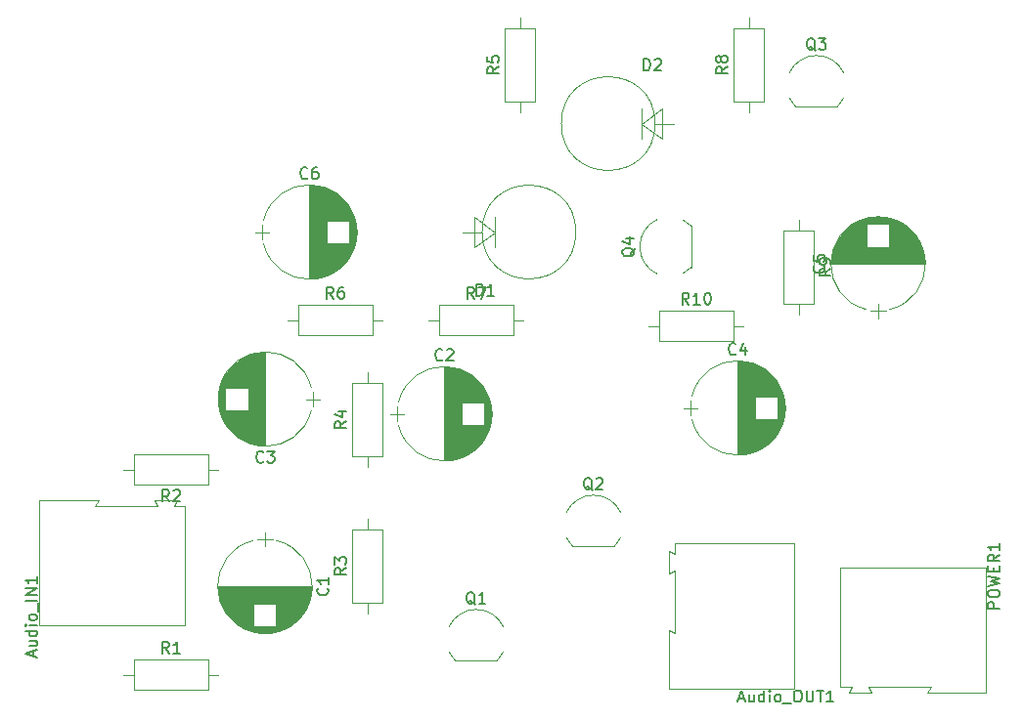
<source format=gbr>
G04 #@! TF.FileFunction,Legend,Top*
%FSLAX46Y46*%
G04 Gerber Fmt 4.6, Leading zero omitted, Abs format (unit mm)*
G04 Created by KiCad (PCBNEW 4.0.5) date 06/16/17 00:38:59*
%MOMM*%
%LPD*%
G01*
G04 APERTURE LIST*
%ADD10C,0.100000*%
%ADD11C,0.120000*%
%ADD12C,0.150000*%
G04 APERTURE END LIST*
D10*
D11*
X113610000Y-107718000D02*
X113610000Y-104118000D01*
X112882795Y-108242184D02*
G75*
G03X113610000Y-107718000I-1122795J2324184D01*
G01*
X110661193Y-108274400D02*
G75*
G02X109160000Y-105918000I1098807J2356400D01*
G01*
X110661193Y-103561600D02*
G75*
G03X109160000Y-105918000I1098807J-2356400D01*
G01*
X112882795Y-103593816D02*
G75*
G02X113610000Y-104118000I-1122795J-2324184D01*
G01*
X80558000Y-100598000D02*
X80558000Y-108698000D01*
X80598000Y-100598000D02*
X80598000Y-108698000D01*
X80638000Y-100598000D02*
X80638000Y-108698000D01*
X80678000Y-100599000D02*
X80678000Y-108697000D01*
X80718000Y-100601000D02*
X80718000Y-108695000D01*
X80758000Y-100602000D02*
X80758000Y-108694000D01*
X80798000Y-100605000D02*
X80798000Y-108691000D01*
X80838000Y-100607000D02*
X80838000Y-108689000D01*
X80878000Y-100610000D02*
X80878000Y-108686000D01*
X80918000Y-100613000D02*
X80918000Y-108683000D01*
X80958000Y-100617000D02*
X80958000Y-108679000D01*
X80998000Y-100621000D02*
X80998000Y-108675000D01*
X81038000Y-100626000D02*
X81038000Y-108670000D01*
X81078000Y-100631000D02*
X81078000Y-108665000D01*
X81118000Y-100636000D02*
X81118000Y-108660000D01*
X81158000Y-100642000D02*
X81158000Y-108654000D01*
X81198000Y-100648000D02*
X81198000Y-108648000D01*
X81238000Y-100654000D02*
X81238000Y-108642000D01*
X81279000Y-100661000D02*
X81279000Y-108635000D01*
X81319000Y-100669000D02*
X81319000Y-108627000D01*
X81359000Y-100677000D02*
X81359000Y-108619000D01*
X81399000Y-100685000D02*
X81399000Y-108611000D01*
X81439000Y-100693000D02*
X81439000Y-108603000D01*
X81479000Y-100702000D02*
X81479000Y-108594000D01*
X81519000Y-100712000D02*
X81519000Y-108584000D01*
X81559000Y-100722000D02*
X81559000Y-108574000D01*
X81599000Y-100732000D02*
X81599000Y-108564000D01*
X81639000Y-100743000D02*
X81639000Y-108553000D01*
X81679000Y-100754000D02*
X81679000Y-108542000D01*
X81719000Y-100765000D02*
X81719000Y-108531000D01*
X81759000Y-100778000D02*
X81759000Y-108518000D01*
X81799000Y-100790000D02*
X81799000Y-108506000D01*
X81839000Y-100803000D02*
X81839000Y-108493000D01*
X81879000Y-100816000D02*
X81879000Y-108480000D01*
X81919000Y-100830000D02*
X81919000Y-108466000D01*
X81959000Y-100845000D02*
X81959000Y-108451000D01*
X81999000Y-100859000D02*
X81999000Y-108437000D01*
X82039000Y-100875000D02*
X82039000Y-108421000D01*
X82079000Y-100890000D02*
X82079000Y-103668000D01*
X82079000Y-105628000D02*
X82079000Y-108406000D01*
X82119000Y-100907000D02*
X82119000Y-103668000D01*
X82119000Y-105628000D02*
X82119000Y-108389000D01*
X82159000Y-100923000D02*
X82159000Y-103668000D01*
X82159000Y-105628000D02*
X82159000Y-108373000D01*
X82199000Y-100941000D02*
X82199000Y-103668000D01*
X82199000Y-105628000D02*
X82199000Y-108355000D01*
X82239000Y-100958000D02*
X82239000Y-103668000D01*
X82239000Y-105628000D02*
X82239000Y-108338000D01*
X82279000Y-100977000D02*
X82279000Y-103668000D01*
X82279000Y-105628000D02*
X82279000Y-108319000D01*
X82319000Y-100996000D02*
X82319000Y-103668000D01*
X82319000Y-105628000D02*
X82319000Y-108300000D01*
X82359000Y-101015000D02*
X82359000Y-103668000D01*
X82359000Y-105628000D02*
X82359000Y-108281000D01*
X82399000Y-101035000D02*
X82399000Y-103668000D01*
X82399000Y-105628000D02*
X82399000Y-108261000D01*
X82439000Y-101055000D02*
X82439000Y-103668000D01*
X82439000Y-105628000D02*
X82439000Y-108241000D01*
X82479000Y-101076000D02*
X82479000Y-103668000D01*
X82479000Y-105628000D02*
X82479000Y-108220000D01*
X82519000Y-101098000D02*
X82519000Y-103668000D01*
X82519000Y-105628000D02*
X82519000Y-108198000D01*
X82559000Y-101120000D02*
X82559000Y-103668000D01*
X82559000Y-105628000D02*
X82559000Y-108176000D01*
X82599000Y-101143000D02*
X82599000Y-103668000D01*
X82599000Y-105628000D02*
X82599000Y-108153000D01*
X82639000Y-101166000D02*
X82639000Y-103668000D01*
X82639000Y-105628000D02*
X82639000Y-108130000D01*
X82679000Y-101190000D02*
X82679000Y-103668000D01*
X82679000Y-105628000D02*
X82679000Y-108106000D01*
X82719000Y-101214000D02*
X82719000Y-103668000D01*
X82719000Y-105628000D02*
X82719000Y-108082000D01*
X82759000Y-101240000D02*
X82759000Y-103668000D01*
X82759000Y-105628000D02*
X82759000Y-108056000D01*
X82799000Y-101265000D02*
X82799000Y-103668000D01*
X82799000Y-105628000D02*
X82799000Y-108031000D01*
X82839000Y-101292000D02*
X82839000Y-103668000D01*
X82839000Y-105628000D02*
X82839000Y-108004000D01*
X82879000Y-101319000D02*
X82879000Y-103668000D01*
X82879000Y-105628000D02*
X82879000Y-107977000D01*
X82919000Y-101347000D02*
X82919000Y-103668000D01*
X82919000Y-105628000D02*
X82919000Y-107949000D01*
X82959000Y-101376000D02*
X82959000Y-103668000D01*
X82959000Y-105628000D02*
X82959000Y-107920000D01*
X82999000Y-101405000D02*
X82999000Y-103668000D01*
X82999000Y-105628000D02*
X82999000Y-107891000D01*
X83039000Y-101435000D02*
X83039000Y-103668000D01*
X83039000Y-105628000D02*
X83039000Y-107861000D01*
X83079000Y-101466000D02*
X83079000Y-103668000D01*
X83079000Y-105628000D02*
X83079000Y-107830000D01*
X83119000Y-101498000D02*
X83119000Y-103668000D01*
X83119000Y-105628000D02*
X83119000Y-107798000D01*
X83159000Y-101530000D02*
X83159000Y-103668000D01*
X83159000Y-105628000D02*
X83159000Y-107766000D01*
X83199000Y-101564000D02*
X83199000Y-103668000D01*
X83199000Y-105628000D02*
X83199000Y-107732000D01*
X83239000Y-101598000D02*
X83239000Y-103668000D01*
X83239000Y-105628000D02*
X83239000Y-107698000D01*
X83279000Y-101633000D02*
X83279000Y-103668000D01*
X83279000Y-105628000D02*
X83279000Y-107663000D01*
X83319000Y-101669000D02*
X83319000Y-103668000D01*
X83319000Y-105628000D02*
X83319000Y-107627000D01*
X83359000Y-101706000D02*
X83359000Y-103668000D01*
X83359000Y-105628000D02*
X83359000Y-107590000D01*
X83399000Y-101744000D02*
X83399000Y-103668000D01*
X83399000Y-105628000D02*
X83399000Y-107552000D01*
X83439000Y-101783000D02*
X83439000Y-103668000D01*
X83439000Y-105628000D02*
X83439000Y-107513000D01*
X83479000Y-101824000D02*
X83479000Y-103668000D01*
X83479000Y-105628000D02*
X83479000Y-107472000D01*
X83519000Y-101865000D02*
X83519000Y-103668000D01*
X83519000Y-105628000D02*
X83519000Y-107431000D01*
X83559000Y-101908000D02*
X83559000Y-103668000D01*
X83559000Y-105628000D02*
X83559000Y-107388000D01*
X83599000Y-101951000D02*
X83599000Y-103668000D01*
X83599000Y-105628000D02*
X83599000Y-107345000D01*
X83639000Y-101996000D02*
X83639000Y-103668000D01*
X83639000Y-105628000D02*
X83639000Y-107300000D01*
X83679000Y-102043000D02*
X83679000Y-103668000D01*
X83679000Y-105628000D02*
X83679000Y-107253000D01*
X83719000Y-102091000D02*
X83719000Y-103668000D01*
X83719000Y-105628000D02*
X83719000Y-107205000D01*
X83759000Y-102140000D02*
X83759000Y-103668000D01*
X83759000Y-105628000D02*
X83759000Y-107156000D01*
X83799000Y-102191000D02*
X83799000Y-103668000D01*
X83799000Y-105628000D02*
X83799000Y-107105000D01*
X83839000Y-102244000D02*
X83839000Y-103668000D01*
X83839000Y-105628000D02*
X83839000Y-107052000D01*
X83879000Y-102299000D02*
X83879000Y-103668000D01*
X83879000Y-105628000D02*
X83879000Y-106997000D01*
X83919000Y-102355000D02*
X83919000Y-103668000D01*
X83919000Y-105628000D02*
X83919000Y-106941000D01*
X83959000Y-102414000D02*
X83959000Y-103668000D01*
X83959000Y-105628000D02*
X83959000Y-106882000D01*
X83999000Y-102475000D02*
X83999000Y-103668000D01*
X83999000Y-105628000D02*
X83999000Y-106821000D01*
X84039000Y-102539000D02*
X84039000Y-106757000D01*
X84079000Y-102605000D02*
X84079000Y-106691000D01*
X84119000Y-102674000D02*
X84119000Y-106622000D01*
X84159000Y-102746000D02*
X84159000Y-106550000D01*
X84199000Y-102822000D02*
X84199000Y-106474000D01*
X84239000Y-102903000D02*
X84239000Y-106393000D01*
X84279000Y-102988000D02*
X84279000Y-106308000D01*
X84319000Y-103078000D02*
X84319000Y-106218000D01*
X84359000Y-103175000D02*
X84359000Y-106121000D01*
X84399000Y-103279000D02*
X84399000Y-106017000D01*
X84439000Y-103394000D02*
X84439000Y-105902000D01*
X84479000Y-103521000D02*
X84479000Y-105775000D01*
X84519000Y-103665000D02*
X84519000Y-105631000D01*
X84559000Y-103834000D02*
X84559000Y-105462000D01*
X84599000Y-104050000D02*
X84599000Y-105246000D01*
X84639000Y-104402000D02*
X84639000Y-104894000D01*
X75858000Y-104648000D02*
X77058000Y-104648000D01*
X76458000Y-103998000D02*
X76458000Y-105298000D01*
X84529316Y-103669865D02*
G75*
G03X76587144Y-103668000I-3971316J-978135D01*
G01*
X84529316Y-105626135D02*
G75*
G02X76587144Y-105628000I-3971316J978135D01*
G01*
X84529316Y-105626135D02*
G75*
G03X84528856Y-103668000I-3971316J978135D01*
G01*
X122538000Y-144222000D02*
X122538000Y-131622000D01*
X122538000Y-131622000D02*
X112188000Y-131622000D01*
X112188000Y-131622000D02*
X112188000Y-132572000D01*
X112188000Y-132572000D02*
X111688000Y-132322000D01*
X111688000Y-132322000D02*
X111688000Y-134222000D01*
X111688000Y-134222000D02*
X111688000Y-134272000D01*
X111688000Y-134272000D02*
X112188000Y-134022000D01*
X112188000Y-134022000D02*
X112188000Y-139422000D01*
X112188000Y-139422000D02*
X111688000Y-139122000D01*
X111688000Y-139122000D02*
X111688000Y-144222000D01*
X111688000Y-144222000D02*
X122538000Y-144222000D01*
X57200000Y-138714000D02*
X69800000Y-138714000D01*
X69800000Y-138714000D02*
X69800000Y-128364000D01*
X69800000Y-128364000D02*
X68850000Y-128364000D01*
X68850000Y-128364000D02*
X69100000Y-127864000D01*
X69100000Y-127864000D02*
X67200000Y-127864000D01*
X67200000Y-127864000D02*
X67150000Y-127864000D01*
X67150000Y-127864000D02*
X67400000Y-128364000D01*
X67400000Y-128364000D02*
X62000000Y-128364000D01*
X62000000Y-128364000D02*
X62300000Y-127864000D01*
X62300000Y-127864000D02*
X57200000Y-127864000D01*
X57200000Y-127864000D02*
X57200000Y-138714000D01*
X80758000Y-135342000D02*
X72658000Y-135342000D01*
X80758000Y-135382000D02*
X72658000Y-135382000D01*
X80758000Y-135422000D02*
X72658000Y-135422000D01*
X80757000Y-135462000D02*
X72659000Y-135462000D01*
X80755000Y-135502000D02*
X72661000Y-135502000D01*
X80754000Y-135542000D02*
X72662000Y-135542000D01*
X80751000Y-135582000D02*
X72665000Y-135582000D01*
X80749000Y-135622000D02*
X72667000Y-135622000D01*
X80746000Y-135662000D02*
X72670000Y-135662000D01*
X80743000Y-135702000D02*
X72673000Y-135702000D01*
X80739000Y-135742000D02*
X72677000Y-135742000D01*
X80735000Y-135782000D02*
X72681000Y-135782000D01*
X80730000Y-135822000D02*
X72686000Y-135822000D01*
X80725000Y-135862000D02*
X72691000Y-135862000D01*
X80720000Y-135902000D02*
X72696000Y-135902000D01*
X80714000Y-135942000D02*
X72702000Y-135942000D01*
X80708000Y-135982000D02*
X72708000Y-135982000D01*
X80702000Y-136022000D02*
X72714000Y-136022000D01*
X80695000Y-136063000D02*
X72721000Y-136063000D01*
X80687000Y-136103000D02*
X72729000Y-136103000D01*
X80679000Y-136143000D02*
X72737000Y-136143000D01*
X80671000Y-136183000D02*
X72745000Y-136183000D01*
X80663000Y-136223000D02*
X72753000Y-136223000D01*
X80654000Y-136263000D02*
X72762000Y-136263000D01*
X80644000Y-136303000D02*
X72772000Y-136303000D01*
X80634000Y-136343000D02*
X72782000Y-136343000D01*
X80624000Y-136383000D02*
X72792000Y-136383000D01*
X80613000Y-136423000D02*
X72803000Y-136423000D01*
X80602000Y-136463000D02*
X72814000Y-136463000D01*
X80591000Y-136503000D02*
X72825000Y-136503000D01*
X80578000Y-136543000D02*
X72838000Y-136543000D01*
X80566000Y-136583000D02*
X72850000Y-136583000D01*
X80553000Y-136623000D02*
X72863000Y-136623000D01*
X80540000Y-136663000D02*
X72876000Y-136663000D01*
X80526000Y-136703000D02*
X72890000Y-136703000D01*
X80511000Y-136743000D02*
X72905000Y-136743000D01*
X80497000Y-136783000D02*
X72919000Y-136783000D01*
X80481000Y-136823000D02*
X72935000Y-136823000D01*
X80466000Y-136863000D02*
X77688000Y-136863000D01*
X75728000Y-136863000D02*
X72950000Y-136863000D01*
X80449000Y-136903000D02*
X77688000Y-136903000D01*
X75728000Y-136903000D02*
X72967000Y-136903000D01*
X80433000Y-136943000D02*
X77688000Y-136943000D01*
X75728000Y-136943000D02*
X72983000Y-136943000D01*
X80415000Y-136983000D02*
X77688000Y-136983000D01*
X75728000Y-136983000D02*
X73001000Y-136983000D01*
X80398000Y-137023000D02*
X77688000Y-137023000D01*
X75728000Y-137023000D02*
X73018000Y-137023000D01*
X80379000Y-137063000D02*
X77688000Y-137063000D01*
X75728000Y-137063000D02*
X73037000Y-137063000D01*
X80360000Y-137103000D02*
X77688000Y-137103000D01*
X75728000Y-137103000D02*
X73056000Y-137103000D01*
X80341000Y-137143000D02*
X77688000Y-137143000D01*
X75728000Y-137143000D02*
X73075000Y-137143000D01*
X80321000Y-137183000D02*
X77688000Y-137183000D01*
X75728000Y-137183000D02*
X73095000Y-137183000D01*
X80301000Y-137223000D02*
X77688000Y-137223000D01*
X75728000Y-137223000D02*
X73115000Y-137223000D01*
X80280000Y-137263000D02*
X77688000Y-137263000D01*
X75728000Y-137263000D02*
X73136000Y-137263000D01*
X80258000Y-137303000D02*
X77688000Y-137303000D01*
X75728000Y-137303000D02*
X73158000Y-137303000D01*
X80236000Y-137343000D02*
X77688000Y-137343000D01*
X75728000Y-137343000D02*
X73180000Y-137343000D01*
X80213000Y-137383000D02*
X77688000Y-137383000D01*
X75728000Y-137383000D02*
X73203000Y-137383000D01*
X80190000Y-137423000D02*
X77688000Y-137423000D01*
X75728000Y-137423000D02*
X73226000Y-137423000D01*
X80166000Y-137463000D02*
X77688000Y-137463000D01*
X75728000Y-137463000D02*
X73250000Y-137463000D01*
X80142000Y-137503000D02*
X77688000Y-137503000D01*
X75728000Y-137503000D02*
X73274000Y-137503000D01*
X80116000Y-137543000D02*
X77688000Y-137543000D01*
X75728000Y-137543000D02*
X73300000Y-137543000D01*
X80091000Y-137583000D02*
X77688000Y-137583000D01*
X75728000Y-137583000D02*
X73325000Y-137583000D01*
X80064000Y-137623000D02*
X77688000Y-137623000D01*
X75728000Y-137623000D02*
X73352000Y-137623000D01*
X80037000Y-137663000D02*
X77688000Y-137663000D01*
X75728000Y-137663000D02*
X73379000Y-137663000D01*
X80009000Y-137703000D02*
X77688000Y-137703000D01*
X75728000Y-137703000D02*
X73407000Y-137703000D01*
X79980000Y-137743000D02*
X77688000Y-137743000D01*
X75728000Y-137743000D02*
X73436000Y-137743000D01*
X79951000Y-137783000D02*
X77688000Y-137783000D01*
X75728000Y-137783000D02*
X73465000Y-137783000D01*
X79921000Y-137823000D02*
X77688000Y-137823000D01*
X75728000Y-137823000D02*
X73495000Y-137823000D01*
X79890000Y-137863000D02*
X77688000Y-137863000D01*
X75728000Y-137863000D02*
X73526000Y-137863000D01*
X79858000Y-137903000D02*
X77688000Y-137903000D01*
X75728000Y-137903000D02*
X73558000Y-137903000D01*
X79826000Y-137943000D02*
X77688000Y-137943000D01*
X75728000Y-137943000D02*
X73590000Y-137943000D01*
X79792000Y-137983000D02*
X77688000Y-137983000D01*
X75728000Y-137983000D02*
X73624000Y-137983000D01*
X79758000Y-138023000D02*
X77688000Y-138023000D01*
X75728000Y-138023000D02*
X73658000Y-138023000D01*
X79723000Y-138063000D02*
X77688000Y-138063000D01*
X75728000Y-138063000D02*
X73693000Y-138063000D01*
X79687000Y-138103000D02*
X77688000Y-138103000D01*
X75728000Y-138103000D02*
X73729000Y-138103000D01*
X79650000Y-138143000D02*
X77688000Y-138143000D01*
X75728000Y-138143000D02*
X73766000Y-138143000D01*
X79612000Y-138183000D02*
X77688000Y-138183000D01*
X75728000Y-138183000D02*
X73804000Y-138183000D01*
X79573000Y-138223000D02*
X77688000Y-138223000D01*
X75728000Y-138223000D02*
X73843000Y-138223000D01*
X79532000Y-138263000D02*
X77688000Y-138263000D01*
X75728000Y-138263000D02*
X73884000Y-138263000D01*
X79491000Y-138303000D02*
X77688000Y-138303000D01*
X75728000Y-138303000D02*
X73925000Y-138303000D01*
X79448000Y-138343000D02*
X77688000Y-138343000D01*
X75728000Y-138343000D02*
X73968000Y-138343000D01*
X79405000Y-138383000D02*
X77688000Y-138383000D01*
X75728000Y-138383000D02*
X74011000Y-138383000D01*
X79360000Y-138423000D02*
X77688000Y-138423000D01*
X75728000Y-138423000D02*
X74056000Y-138423000D01*
X79313000Y-138463000D02*
X77688000Y-138463000D01*
X75728000Y-138463000D02*
X74103000Y-138463000D01*
X79265000Y-138503000D02*
X77688000Y-138503000D01*
X75728000Y-138503000D02*
X74151000Y-138503000D01*
X79216000Y-138543000D02*
X77688000Y-138543000D01*
X75728000Y-138543000D02*
X74200000Y-138543000D01*
X79165000Y-138583000D02*
X77688000Y-138583000D01*
X75728000Y-138583000D02*
X74251000Y-138583000D01*
X79112000Y-138623000D02*
X77688000Y-138623000D01*
X75728000Y-138623000D02*
X74304000Y-138623000D01*
X79057000Y-138663000D02*
X77688000Y-138663000D01*
X75728000Y-138663000D02*
X74359000Y-138663000D01*
X79001000Y-138703000D02*
X77688000Y-138703000D01*
X75728000Y-138703000D02*
X74415000Y-138703000D01*
X78942000Y-138743000D02*
X77688000Y-138743000D01*
X75728000Y-138743000D02*
X74474000Y-138743000D01*
X78881000Y-138783000D02*
X77688000Y-138783000D01*
X75728000Y-138783000D02*
X74535000Y-138783000D01*
X78817000Y-138823000D02*
X74599000Y-138823000D01*
X78751000Y-138863000D02*
X74665000Y-138863000D01*
X78682000Y-138903000D02*
X74734000Y-138903000D01*
X78610000Y-138943000D02*
X74806000Y-138943000D01*
X78534000Y-138983000D02*
X74882000Y-138983000D01*
X78453000Y-139023000D02*
X74963000Y-139023000D01*
X78368000Y-139063000D02*
X75048000Y-139063000D01*
X78278000Y-139103000D02*
X75138000Y-139103000D01*
X78181000Y-139143000D02*
X75235000Y-139143000D01*
X78077000Y-139183000D02*
X75339000Y-139183000D01*
X77962000Y-139223000D02*
X75454000Y-139223000D01*
X77835000Y-139263000D02*
X75581000Y-139263000D01*
X77691000Y-139303000D02*
X75725000Y-139303000D01*
X77522000Y-139343000D02*
X75894000Y-139343000D01*
X77306000Y-139383000D02*
X76110000Y-139383000D01*
X76954000Y-139423000D02*
X76462000Y-139423000D01*
X76708000Y-130642000D02*
X76708000Y-131842000D01*
X77358000Y-131242000D02*
X76058000Y-131242000D01*
X77686135Y-139313316D02*
G75*
G03X77688000Y-131371144I-978135J3971316D01*
G01*
X75729865Y-139313316D02*
G75*
G02X75728000Y-131371144I978135J3971316D01*
G01*
X75729865Y-139313316D02*
G75*
G03X77688000Y-139312856I978135J3971316D01*
G01*
X92242000Y-116346000D02*
X92242000Y-124446000D01*
X92282000Y-116346000D02*
X92282000Y-124446000D01*
X92322000Y-116346000D02*
X92322000Y-124446000D01*
X92362000Y-116347000D02*
X92362000Y-124445000D01*
X92402000Y-116349000D02*
X92402000Y-124443000D01*
X92442000Y-116350000D02*
X92442000Y-124442000D01*
X92482000Y-116353000D02*
X92482000Y-124439000D01*
X92522000Y-116355000D02*
X92522000Y-124437000D01*
X92562000Y-116358000D02*
X92562000Y-124434000D01*
X92602000Y-116361000D02*
X92602000Y-124431000D01*
X92642000Y-116365000D02*
X92642000Y-124427000D01*
X92682000Y-116369000D02*
X92682000Y-124423000D01*
X92722000Y-116374000D02*
X92722000Y-124418000D01*
X92762000Y-116379000D02*
X92762000Y-124413000D01*
X92802000Y-116384000D02*
X92802000Y-124408000D01*
X92842000Y-116390000D02*
X92842000Y-124402000D01*
X92882000Y-116396000D02*
X92882000Y-124396000D01*
X92922000Y-116402000D02*
X92922000Y-124390000D01*
X92963000Y-116409000D02*
X92963000Y-124383000D01*
X93003000Y-116417000D02*
X93003000Y-124375000D01*
X93043000Y-116425000D02*
X93043000Y-124367000D01*
X93083000Y-116433000D02*
X93083000Y-124359000D01*
X93123000Y-116441000D02*
X93123000Y-124351000D01*
X93163000Y-116450000D02*
X93163000Y-124342000D01*
X93203000Y-116460000D02*
X93203000Y-124332000D01*
X93243000Y-116470000D02*
X93243000Y-124322000D01*
X93283000Y-116480000D02*
X93283000Y-124312000D01*
X93323000Y-116491000D02*
X93323000Y-124301000D01*
X93363000Y-116502000D02*
X93363000Y-124290000D01*
X93403000Y-116513000D02*
X93403000Y-124279000D01*
X93443000Y-116526000D02*
X93443000Y-124266000D01*
X93483000Y-116538000D02*
X93483000Y-124254000D01*
X93523000Y-116551000D02*
X93523000Y-124241000D01*
X93563000Y-116564000D02*
X93563000Y-124228000D01*
X93603000Y-116578000D02*
X93603000Y-124214000D01*
X93643000Y-116593000D02*
X93643000Y-124199000D01*
X93683000Y-116607000D02*
X93683000Y-124185000D01*
X93723000Y-116623000D02*
X93723000Y-124169000D01*
X93763000Y-116638000D02*
X93763000Y-119416000D01*
X93763000Y-121376000D02*
X93763000Y-124154000D01*
X93803000Y-116655000D02*
X93803000Y-119416000D01*
X93803000Y-121376000D02*
X93803000Y-124137000D01*
X93843000Y-116671000D02*
X93843000Y-119416000D01*
X93843000Y-121376000D02*
X93843000Y-124121000D01*
X93883000Y-116689000D02*
X93883000Y-119416000D01*
X93883000Y-121376000D02*
X93883000Y-124103000D01*
X93923000Y-116706000D02*
X93923000Y-119416000D01*
X93923000Y-121376000D02*
X93923000Y-124086000D01*
X93963000Y-116725000D02*
X93963000Y-119416000D01*
X93963000Y-121376000D02*
X93963000Y-124067000D01*
X94003000Y-116744000D02*
X94003000Y-119416000D01*
X94003000Y-121376000D02*
X94003000Y-124048000D01*
X94043000Y-116763000D02*
X94043000Y-119416000D01*
X94043000Y-121376000D02*
X94043000Y-124029000D01*
X94083000Y-116783000D02*
X94083000Y-119416000D01*
X94083000Y-121376000D02*
X94083000Y-124009000D01*
X94123000Y-116803000D02*
X94123000Y-119416000D01*
X94123000Y-121376000D02*
X94123000Y-123989000D01*
X94163000Y-116824000D02*
X94163000Y-119416000D01*
X94163000Y-121376000D02*
X94163000Y-123968000D01*
X94203000Y-116846000D02*
X94203000Y-119416000D01*
X94203000Y-121376000D02*
X94203000Y-123946000D01*
X94243000Y-116868000D02*
X94243000Y-119416000D01*
X94243000Y-121376000D02*
X94243000Y-123924000D01*
X94283000Y-116891000D02*
X94283000Y-119416000D01*
X94283000Y-121376000D02*
X94283000Y-123901000D01*
X94323000Y-116914000D02*
X94323000Y-119416000D01*
X94323000Y-121376000D02*
X94323000Y-123878000D01*
X94363000Y-116938000D02*
X94363000Y-119416000D01*
X94363000Y-121376000D02*
X94363000Y-123854000D01*
X94403000Y-116962000D02*
X94403000Y-119416000D01*
X94403000Y-121376000D02*
X94403000Y-123830000D01*
X94443000Y-116988000D02*
X94443000Y-119416000D01*
X94443000Y-121376000D02*
X94443000Y-123804000D01*
X94483000Y-117013000D02*
X94483000Y-119416000D01*
X94483000Y-121376000D02*
X94483000Y-123779000D01*
X94523000Y-117040000D02*
X94523000Y-119416000D01*
X94523000Y-121376000D02*
X94523000Y-123752000D01*
X94563000Y-117067000D02*
X94563000Y-119416000D01*
X94563000Y-121376000D02*
X94563000Y-123725000D01*
X94603000Y-117095000D02*
X94603000Y-119416000D01*
X94603000Y-121376000D02*
X94603000Y-123697000D01*
X94643000Y-117124000D02*
X94643000Y-119416000D01*
X94643000Y-121376000D02*
X94643000Y-123668000D01*
X94683000Y-117153000D02*
X94683000Y-119416000D01*
X94683000Y-121376000D02*
X94683000Y-123639000D01*
X94723000Y-117183000D02*
X94723000Y-119416000D01*
X94723000Y-121376000D02*
X94723000Y-123609000D01*
X94763000Y-117214000D02*
X94763000Y-119416000D01*
X94763000Y-121376000D02*
X94763000Y-123578000D01*
X94803000Y-117246000D02*
X94803000Y-119416000D01*
X94803000Y-121376000D02*
X94803000Y-123546000D01*
X94843000Y-117278000D02*
X94843000Y-119416000D01*
X94843000Y-121376000D02*
X94843000Y-123514000D01*
X94883000Y-117312000D02*
X94883000Y-119416000D01*
X94883000Y-121376000D02*
X94883000Y-123480000D01*
X94923000Y-117346000D02*
X94923000Y-119416000D01*
X94923000Y-121376000D02*
X94923000Y-123446000D01*
X94963000Y-117381000D02*
X94963000Y-119416000D01*
X94963000Y-121376000D02*
X94963000Y-123411000D01*
X95003000Y-117417000D02*
X95003000Y-119416000D01*
X95003000Y-121376000D02*
X95003000Y-123375000D01*
X95043000Y-117454000D02*
X95043000Y-119416000D01*
X95043000Y-121376000D02*
X95043000Y-123338000D01*
X95083000Y-117492000D02*
X95083000Y-119416000D01*
X95083000Y-121376000D02*
X95083000Y-123300000D01*
X95123000Y-117531000D02*
X95123000Y-119416000D01*
X95123000Y-121376000D02*
X95123000Y-123261000D01*
X95163000Y-117572000D02*
X95163000Y-119416000D01*
X95163000Y-121376000D02*
X95163000Y-123220000D01*
X95203000Y-117613000D02*
X95203000Y-119416000D01*
X95203000Y-121376000D02*
X95203000Y-123179000D01*
X95243000Y-117656000D02*
X95243000Y-119416000D01*
X95243000Y-121376000D02*
X95243000Y-123136000D01*
X95283000Y-117699000D02*
X95283000Y-119416000D01*
X95283000Y-121376000D02*
X95283000Y-123093000D01*
X95323000Y-117744000D02*
X95323000Y-119416000D01*
X95323000Y-121376000D02*
X95323000Y-123048000D01*
X95363000Y-117791000D02*
X95363000Y-119416000D01*
X95363000Y-121376000D02*
X95363000Y-123001000D01*
X95403000Y-117839000D02*
X95403000Y-119416000D01*
X95403000Y-121376000D02*
X95403000Y-122953000D01*
X95443000Y-117888000D02*
X95443000Y-119416000D01*
X95443000Y-121376000D02*
X95443000Y-122904000D01*
X95483000Y-117939000D02*
X95483000Y-119416000D01*
X95483000Y-121376000D02*
X95483000Y-122853000D01*
X95523000Y-117992000D02*
X95523000Y-119416000D01*
X95523000Y-121376000D02*
X95523000Y-122800000D01*
X95563000Y-118047000D02*
X95563000Y-119416000D01*
X95563000Y-121376000D02*
X95563000Y-122745000D01*
X95603000Y-118103000D02*
X95603000Y-119416000D01*
X95603000Y-121376000D02*
X95603000Y-122689000D01*
X95643000Y-118162000D02*
X95643000Y-119416000D01*
X95643000Y-121376000D02*
X95643000Y-122630000D01*
X95683000Y-118223000D02*
X95683000Y-119416000D01*
X95683000Y-121376000D02*
X95683000Y-122569000D01*
X95723000Y-118287000D02*
X95723000Y-122505000D01*
X95763000Y-118353000D02*
X95763000Y-122439000D01*
X95803000Y-118422000D02*
X95803000Y-122370000D01*
X95843000Y-118494000D02*
X95843000Y-122298000D01*
X95883000Y-118570000D02*
X95883000Y-122222000D01*
X95923000Y-118651000D02*
X95923000Y-122141000D01*
X95963000Y-118736000D02*
X95963000Y-122056000D01*
X96003000Y-118826000D02*
X96003000Y-121966000D01*
X96043000Y-118923000D02*
X96043000Y-121869000D01*
X96083000Y-119027000D02*
X96083000Y-121765000D01*
X96123000Y-119142000D02*
X96123000Y-121650000D01*
X96163000Y-119269000D02*
X96163000Y-121523000D01*
X96203000Y-119413000D02*
X96203000Y-121379000D01*
X96243000Y-119582000D02*
X96243000Y-121210000D01*
X96283000Y-119798000D02*
X96283000Y-120994000D01*
X96323000Y-120150000D02*
X96323000Y-120642000D01*
X87542000Y-120396000D02*
X88742000Y-120396000D01*
X88142000Y-119746000D02*
X88142000Y-121046000D01*
X96213316Y-119417865D02*
G75*
G03X88271144Y-119416000I-3971316J-978135D01*
G01*
X96213316Y-121374135D02*
G75*
G02X88271144Y-121376000I-3971316J978135D01*
G01*
X96213316Y-121374135D02*
G75*
G03X96212856Y-119416000I-3971316J978135D01*
G01*
X76748000Y-123176000D02*
X76748000Y-115076000D01*
X76708000Y-123176000D02*
X76708000Y-115076000D01*
X76668000Y-123176000D02*
X76668000Y-115076000D01*
X76628000Y-123175000D02*
X76628000Y-115077000D01*
X76588000Y-123173000D02*
X76588000Y-115079000D01*
X76548000Y-123172000D02*
X76548000Y-115080000D01*
X76508000Y-123169000D02*
X76508000Y-115083000D01*
X76468000Y-123167000D02*
X76468000Y-115085000D01*
X76428000Y-123164000D02*
X76428000Y-115088000D01*
X76388000Y-123161000D02*
X76388000Y-115091000D01*
X76348000Y-123157000D02*
X76348000Y-115095000D01*
X76308000Y-123153000D02*
X76308000Y-115099000D01*
X76268000Y-123148000D02*
X76268000Y-115104000D01*
X76228000Y-123143000D02*
X76228000Y-115109000D01*
X76188000Y-123138000D02*
X76188000Y-115114000D01*
X76148000Y-123132000D02*
X76148000Y-115120000D01*
X76108000Y-123126000D02*
X76108000Y-115126000D01*
X76068000Y-123120000D02*
X76068000Y-115132000D01*
X76027000Y-123113000D02*
X76027000Y-115139000D01*
X75987000Y-123105000D02*
X75987000Y-115147000D01*
X75947000Y-123097000D02*
X75947000Y-115155000D01*
X75907000Y-123089000D02*
X75907000Y-115163000D01*
X75867000Y-123081000D02*
X75867000Y-115171000D01*
X75827000Y-123072000D02*
X75827000Y-115180000D01*
X75787000Y-123062000D02*
X75787000Y-115190000D01*
X75747000Y-123052000D02*
X75747000Y-115200000D01*
X75707000Y-123042000D02*
X75707000Y-115210000D01*
X75667000Y-123031000D02*
X75667000Y-115221000D01*
X75627000Y-123020000D02*
X75627000Y-115232000D01*
X75587000Y-123009000D02*
X75587000Y-115243000D01*
X75547000Y-122996000D02*
X75547000Y-115256000D01*
X75507000Y-122984000D02*
X75507000Y-115268000D01*
X75467000Y-122971000D02*
X75467000Y-115281000D01*
X75427000Y-122958000D02*
X75427000Y-115294000D01*
X75387000Y-122944000D02*
X75387000Y-115308000D01*
X75347000Y-122929000D02*
X75347000Y-115323000D01*
X75307000Y-122915000D02*
X75307000Y-115337000D01*
X75267000Y-122899000D02*
X75267000Y-115353000D01*
X75227000Y-122884000D02*
X75227000Y-120106000D01*
X75227000Y-118146000D02*
X75227000Y-115368000D01*
X75187000Y-122867000D02*
X75187000Y-120106000D01*
X75187000Y-118146000D02*
X75187000Y-115385000D01*
X75147000Y-122851000D02*
X75147000Y-120106000D01*
X75147000Y-118146000D02*
X75147000Y-115401000D01*
X75107000Y-122833000D02*
X75107000Y-120106000D01*
X75107000Y-118146000D02*
X75107000Y-115419000D01*
X75067000Y-122816000D02*
X75067000Y-120106000D01*
X75067000Y-118146000D02*
X75067000Y-115436000D01*
X75027000Y-122797000D02*
X75027000Y-120106000D01*
X75027000Y-118146000D02*
X75027000Y-115455000D01*
X74987000Y-122778000D02*
X74987000Y-120106000D01*
X74987000Y-118146000D02*
X74987000Y-115474000D01*
X74947000Y-122759000D02*
X74947000Y-120106000D01*
X74947000Y-118146000D02*
X74947000Y-115493000D01*
X74907000Y-122739000D02*
X74907000Y-120106000D01*
X74907000Y-118146000D02*
X74907000Y-115513000D01*
X74867000Y-122719000D02*
X74867000Y-120106000D01*
X74867000Y-118146000D02*
X74867000Y-115533000D01*
X74827000Y-122698000D02*
X74827000Y-120106000D01*
X74827000Y-118146000D02*
X74827000Y-115554000D01*
X74787000Y-122676000D02*
X74787000Y-120106000D01*
X74787000Y-118146000D02*
X74787000Y-115576000D01*
X74747000Y-122654000D02*
X74747000Y-120106000D01*
X74747000Y-118146000D02*
X74747000Y-115598000D01*
X74707000Y-122631000D02*
X74707000Y-120106000D01*
X74707000Y-118146000D02*
X74707000Y-115621000D01*
X74667000Y-122608000D02*
X74667000Y-120106000D01*
X74667000Y-118146000D02*
X74667000Y-115644000D01*
X74627000Y-122584000D02*
X74627000Y-120106000D01*
X74627000Y-118146000D02*
X74627000Y-115668000D01*
X74587000Y-122560000D02*
X74587000Y-120106000D01*
X74587000Y-118146000D02*
X74587000Y-115692000D01*
X74547000Y-122534000D02*
X74547000Y-120106000D01*
X74547000Y-118146000D02*
X74547000Y-115718000D01*
X74507000Y-122509000D02*
X74507000Y-120106000D01*
X74507000Y-118146000D02*
X74507000Y-115743000D01*
X74467000Y-122482000D02*
X74467000Y-120106000D01*
X74467000Y-118146000D02*
X74467000Y-115770000D01*
X74427000Y-122455000D02*
X74427000Y-120106000D01*
X74427000Y-118146000D02*
X74427000Y-115797000D01*
X74387000Y-122427000D02*
X74387000Y-120106000D01*
X74387000Y-118146000D02*
X74387000Y-115825000D01*
X74347000Y-122398000D02*
X74347000Y-120106000D01*
X74347000Y-118146000D02*
X74347000Y-115854000D01*
X74307000Y-122369000D02*
X74307000Y-120106000D01*
X74307000Y-118146000D02*
X74307000Y-115883000D01*
X74267000Y-122339000D02*
X74267000Y-120106000D01*
X74267000Y-118146000D02*
X74267000Y-115913000D01*
X74227000Y-122308000D02*
X74227000Y-120106000D01*
X74227000Y-118146000D02*
X74227000Y-115944000D01*
X74187000Y-122276000D02*
X74187000Y-120106000D01*
X74187000Y-118146000D02*
X74187000Y-115976000D01*
X74147000Y-122244000D02*
X74147000Y-120106000D01*
X74147000Y-118146000D02*
X74147000Y-116008000D01*
X74107000Y-122210000D02*
X74107000Y-120106000D01*
X74107000Y-118146000D02*
X74107000Y-116042000D01*
X74067000Y-122176000D02*
X74067000Y-120106000D01*
X74067000Y-118146000D02*
X74067000Y-116076000D01*
X74027000Y-122141000D02*
X74027000Y-120106000D01*
X74027000Y-118146000D02*
X74027000Y-116111000D01*
X73987000Y-122105000D02*
X73987000Y-120106000D01*
X73987000Y-118146000D02*
X73987000Y-116147000D01*
X73947000Y-122068000D02*
X73947000Y-120106000D01*
X73947000Y-118146000D02*
X73947000Y-116184000D01*
X73907000Y-122030000D02*
X73907000Y-120106000D01*
X73907000Y-118146000D02*
X73907000Y-116222000D01*
X73867000Y-121991000D02*
X73867000Y-120106000D01*
X73867000Y-118146000D02*
X73867000Y-116261000D01*
X73827000Y-121950000D02*
X73827000Y-120106000D01*
X73827000Y-118146000D02*
X73827000Y-116302000D01*
X73787000Y-121909000D02*
X73787000Y-120106000D01*
X73787000Y-118146000D02*
X73787000Y-116343000D01*
X73747000Y-121866000D02*
X73747000Y-120106000D01*
X73747000Y-118146000D02*
X73747000Y-116386000D01*
X73707000Y-121823000D02*
X73707000Y-120106000D01*
X73707000Y-118146000D02*
X73707000Y-116429000D01*
X73667000Y-121778000D02*
X73667000Y-120106000D01*
X73667000Y-118146000D02*
X73667000Y-116474000D01*
X73627000Y-121731000D02*
X73627000Y-120106000D01*
X73627000Y-118146000D02*
X73627000Y-116521000D01*
X73587000Y-121683000D02*
X73587000Y-120106000D01*
X73587000Y-118146000D02*
X73587000Y-116569000D01*
X73547000Y-121634000D02*
X73547000Y-120106000D01*
X73547000Y-118146000D02*
X73547000Y-116618000D01*
X73507000Y-121583000D02*
X73507000Y-120106000D01*
X73507000Y-118146000D02*
X73507000Y-116669000D01*
X73467000Y-121530000D02*
X73467000Y-120106000D01*
X73467000Y-118146000D02*
X73467000Y-116722000D01*
X73427000Y-121475000D02*
X73427000Y-120106000D01*
X73427000Y-118146000D02*
X73427000Y-116777000D01*
X73387000Y-121419000D02*
X73387000Y-120106000D01*
X73387000Y-118146000D02*
X73387000Y-116833000D01*
X73347000Y-121360000D02*
X73347000Y-120106000D01*
X73347000Y-118146000D02*
X73347000Y-116892000D01*
X73307000Y-121299000D02*
X73307000Y-120106000D01*
X73307000Y-118146000D02*
X73307000Y-116953000D01*
X73267000Y-121235000D02*
X73267000Y-117017000D01*
X73227000Y-121169000D02*
X73227000Y-117083000D01*
X73187000Y-121100000D02*
X73187000Y-117152000D01*
X73147000Y-121028000D02*
X73147000Y-117224000D01*
X73107000Y-120952000D02*
X73107000Y-117300000D01*
X73067000Y-120871000D02*
X73067000Y-117381000D01*
X73027000Y-120786000D02*
X73027000Y-117466000D01*
X72987000Y-120696000D02*
X72987000Y-117556000D01*
X72947000Y-120599000D02*
X72947000Y-117653000D01*
X72907000Y-120495000D02*
X72907000Y-117757000D01*
X72867000Y-120380000D02*
X72867000Y-117872000D01*
X72827000Y-120253000D02*
X72827000Y-117999000D01*
X72787000Y-120109000D02*
X72787000Y-118143000D01*
X72747000Y-119940000D02*
X72747000Y-118312000D01*
X72707000Y-119724000D02*
X72707000Y-118528000D01*
X72667000Y-119372000D02*
X72667000Y-118880000D01*
X81448000Y-119126000D02*
X80248000Y-119126000D01*
X80848000Y-119776000D02*
X80848000Y-118476000D01*
X72776684Y-120104135D02*
G75*
G03X80718856Y-120106000I3971316J978135D01*
G01*
X72776684Y-118147865D02*
G75*
G02X80718856Y-118146000I3971316J-978135D01*
G01*
X72776684Y-118147865D02*
G75*
G03X72777144Y-120106000I3971316J-978135D01*
G01*
X117642000Y-115838000D02*
X117642000Y-123938000D01*
X117682000Y-115838000D02*
X117682000Y-123938000D01*
X117722000Y-115838000D02*
X117722000Y-123938000D01*
X117762000Y-115839000D02*
X117762000Y-123937000D01*
X117802000Y-115841000D02*
X117802000Y-123935000D01*
X117842000Y-115842000D02*
X117842000Y-123934000D01*
X117882000Y-115845000D02*
X117882000Y-123931000D01*
X117922000Y-115847000D02*
X117922000Y-123929000D01*
X117962000Y-115850000D02*
X117962000Y-123926000D01*
X118002000Y-115853000D02*
X118002000Y-123923000D01*
X118042000Y-115857000D02*
X118042000Y-123919000D01*
X118082000Y-115861000D02*
X118082000Y-123915000D01*
X118122000Y-115866000D02*
X118122000Y-123910000D01*
X118162000Y-115871000D02*
X118162000Y-123905000D01*
X118202000Y-115876000D02*
X118202000Y-123900000D01*
X118242000Y-115882000D02*
X118242000Y-123894000D01*
X118282000Y-115888000D02*
X118282000Y-123888000D01*
X118322000Y-115894000D02*
X118322000Y-123882000D01*
X118363000Y-115901000D02*
X118363000Y-123875000D01*
X118403000Y-115909000D02*
X118403000Y-123867000D01*
X118443000Y-115917000D02*
X118443000Y-123859000D01*
X118483000Y-115925000D02*
X118483000Y-123851000D01*
X118523000Y-115933000D02*
X118523000Y-123843000D01*
X118563000Y-115942000D02*
X118563000Y-123834000D01*
X118603000Y-115952000D02*
X118603000Y-123824000D01*
X118643000Y-115962000D02*
X118643000Y-123814000D01*
X118683000Y-115972000D02*
X118683000Y-123804000D01*
X118723000Y-115983000D02*
X118723000Y-123793000D01*
X118763000Y-115994000D02*
X118763000Y-123782000D01*
X118803000Y-116005000D02*
X118803000Y-123771000D01*
X118843000Y-116018000D02*
X118843000Y-123758000D01*
X118883000Y-116030000D02*
X118883000Y-123746000D01*
X118923000Y-116043000D02*
X118923000Y-123733000D01*
X118963000Y-116056000D02*
X118963000Y-123720000D01*
X119003000Y-116070000D02*
X119003000Y-123706000D01*
X119043000Y-116085000D02*
X119043000Y-123691000D01*
X119083000Y-116099000D02*
X119083000Y-123677000D01*
X119123000Y-116115000D02*
X119123000Y-123661000D01*
X119163000Y-116130000D02*
X119163000Y-118908000D01*
X119163000Y-120868000D02*
X119163000Y-123646000D01*
X119203000Y-116147000D02*
X119203000Y-118908000D01*
X119203000Y-120868000D02*
X119203000Y-123629000D01*
X119243000Y-116163000D02*
X119243000Y-118908000D01*
X119243000Y-120868000D02*
X119243000Y-123613000D01*
X119283000Y-116181000D02*
X119283000Y-118908000D01*
X119283000Y-120868000D02*
X119283000Y-123595000D01*
X119323000Y-116198000D02*
X119323000Y-118908000D01*
X119323000Y-120868000D02*
X119323000Y-123578000D01*
X119363000Y-116217000D02*
X119363000Y-118908000D01*
X119363000Y-120868000D02*
X119363000Y-123559000D01*
X119403000Y-116236000D02*
X119403000Y-118908000D01*
X119403000Y-120868000D02*
X119403000Y-123540000D01*
X119443000Y-116255000D02*
X119443000Y-118908000D01*
X119443000Y-120868000D02*
X119443000Y-123521000D01*
X119483000Y-116275000D02*
X119483000Y-118908000D01*
X119483000Y-120868000D02*
X119483000Y-123501000D01*
X119523000Y-116295000D02*
X119523000Y-118908000D01*
X119523000Y-120868000D02*
X119523000Y-123481000D01*
X119563000Y-116316000D02*
X119563000Y-118908000D01*
X119563000Y-120868000D02*
X119563000Y-123460000D01*
X119603000Y-116338000D02*
X119603000Y-118908000D01*
X119603000Y-120868000D02*
X119603000Y-123438000D01*
X119643000Y-116360000D02*
X119643000Y-118908000D01*
X119643000Y-120868000D02*
X119643000Y-123416000D01*
X119683000Y-116383000D02*
X119683000Y-118908000D01*
X119683000Y-120868000D02*
X119683000Y-123393000D01*
X119723000Y-116406000D02*
X119723000Y-118908000D01*
X119723000Y-120868000D02*
X119723000Y-123370000D01*
X119763000Y-116430000D02*
X119763000Y-118908000D01*
X119763000Y-120868000D02*
X119763000Y-123346000D01*
X119803000Y-116454000D02*
X119803000Y-118908000D01*
X119803000Y-120868000D02*
X119803000Y-123322000D01*
X119843000Y-116480000D02*
X119843000Y-118908000D01*
X119843000Y-120868000D02*
X119843000Y-123296000D01*
X119883000Y-116505000D02*
X119883000Y-118908000D01*
X119883000Y-120868000D02*
X119883000Y-123271000D01*
X119923000Y-116532000D02*
X119923000Y-118908000D01*
X119923000Y-120868000D02*
X119923000Y-123244000D01*
X119963000Y-116559000D02*
X119963000Y-118908000D01*
X119963000Y-120868000D02*
X119963000Y-123217000D01*
X120003000Y-116587000D02*
X120003000Y-118908000D01*
X120003000Y-120868000D02*
X120003000Y-123189000D01*
X120043000Y-116616000D02*
X120043000Y-118908000D01*
X120043000Y-120868000D02*
X120043000Y-123160000D01*
X120083000Y-116645000D02*
X120083000Y-118908000D01*
X120083000Y-120868000D02*
X120083000Y-123131000D01*
X120123000Y-116675000D02*
X120123000Y-118908000D01*
X120123000Y-120868000D02*
X120123000Y-123101000D01*
X120163000Y-116706000D02*
X120163000Y-118908000D01*
X120163000Y-120868000D02*
X120163000Y-123070000D01*
X120203000Y-116738000D02*
X120203000Y-118908000D01*
X120203000Y-120868000D02*
X120203000Y-123038000D01*
X120243000Y-116770000D02*
X120243000Y-118908000D01*
X120243000Y-120868000D02*
X120243000Y-123006000D01*
X120283000Y-116804000D02*
X120283000Y-118908000D01*
X120283000Y-120868000D02*
X120283000Y-122972000D01*
X120323000Y-116838000D02*
X120323000Y-118908000D01*
X120323000Y-120868000D02*
X120323000Y-122938000D01*
X120363000Y-116873000D02*
X120363000Y-118908000D01*
X120363000Y-120868000D02*
X120363000Y-122903000D01*
X120403000Y-116909000D02*
X120403000Y-118908000D01*
X120403000Y-120868000D02*
X120403000Y-122867000D01*
X120443000Y-116946000D02*
X120443000Y-118908000D01*
X120443000Y-120868000D02*
X120443000Y-122830000D01*
X120483000Y-116984000D02*
X120483000Y-118908000D01*
X120483000Y-120868000D02*
X120483000Y-122792000D01*
X120523000Y-117023000D02*
X120523000Y-118908000D01*
X120523000Y-120868000D02*
X120523000Y-122753000D01*
X120563000Y-117064000D02*
X120563000Y-118908000D01*
X120563000Y-120868000D02*
X120563000Y-122712000D01*
X120603000Y-117105000D02*
X120603000Y-118908000D01*
X120603000Y-120868000D02*
X120603000Y-122671000D01*
X120643000Y-117148000D02*
X120643000Y-118908000D01*
X120643000Y-120868000D02*
X120643000Y-122628000D01*
X120683000Y-117191000D02*
X120683000Y-118908000D01*
X120683000Y-120868000D02*
X120683000Y-122585000D01*
X120723000Y-117236000D02*
X120723000Y-118908000D01*
X120723000Y-120868000D02*
X120723000Y-122540000D01*
X120763000Y-117283000D02*
X120763000Y-118908000D01*
X120763000Y-120868000D02*
X120763000Y-122493000D01*
X120803000Y-117331000D02*
X120803000Y-118908000D01*
X120803000Y-120868000D02*
X120803000Y-122445000D01*
X120843000Y-117380000D02*
X120843000Y-118908000D01*
X120843000Y-120868000D02*
X120843000Y-122396000D01*
X120883000Y-117431000D02*
X120883000Y-118908000D01*
X120883000Y-120868000D02*
X120883000Y-122345000D01*
X120923000Y-117484000D02*
X120923000Y-118908000D01*
X120923000Y-120868000D02*
X120923000Y-122292000D01*
X120963000Y-117539000D02*
X120963000Y-118908000D01*
X120963000Y-120868000D02*
X120963000Y-122237000D01*
X121003000Y-117595000D02*
X121003000Y-118908000D01*
X121003000Y-120868000D02*
X121003000Y-122181000D01*
X121043000Y-117654000D02*
X121043000Y-118908000D01*
X121043000Y-120868000D02*
X121043000Y-122122000D01*
X121083000Y-117715000D02*
X121083000Y-118908000D01*
X121083000Y-120868000D02*
X121083000Y-122061000D01*
X121123000Y-117779000D02*
X121123000Y-121997000D01*
X121163000Y-117845000D02*
X121163000Y-121931000D01*
X121203000Y-117914000D02*
X121203000Y-121862000D01*
X121243000Y-117986000D02*
X121243000Y-121790000D01*
X121283000Y-118062000D02*
X121283000Y-121714000D01*
X121323000Y-118143000D02*
X121323000Y-121633000D01*
X121363000Y-118228000D02*
X121363000Y-121548000D01*
X121403000Y-118318000D02*
X121403000Y-121458000D01*
X121443000Y-118415000D02*
X121443000Y-121361000D01*
X121483000Y-118519000D02*
X121483000Y-121257000D01*
X121523000Y-118634000D02*
X121523000Y-121142000D01*
X121563000Y-118761000D02*
X121563000Y-121015000D01*
X121603000Y-118905000D02*
X121603000Y-120871000D01*
X121643000Y-119074000D02*
X121643000Y-120702000D01*
X121683000Y-119290000D02*
X121683000Y-120486000D01*
X121723000Y-119642000D02*
X121723000Y-120134000D01*
X112942000Y-119888000D02*
X114142000Y-119888000D01*
X113542000Y-119238000D02*
X113542000Y-120538000D01*
X121613316Y-118909865D02*
G75*
G03X113671144Y-118908000I-3971316J-978135D01*
G01*
X121613316Y-120866135D02*
G75*
G02X113671144Y-120868000I-3971316J978135D01*
G01*
X121613316Y-120866135D02*
G75*
G03X121612856Y-118908000I-3971316J978135D01*
G01*
X125744000Y-107402000D02*
X133844000Y-107402000D01*
X125744000Y-107362000D02*
X133844000Y-107362000D01*
X125744000Y-107322000D02*
X133844000Y-107322000D01*
X125745000Y-107282000D02*
X133843000Y-107282000D01*
X125747000Y-107242000D02*
X133841000Y-107242000D01*
X125748000Y-107202000D02*
X133840000Y-107202000D01*
X125751000Y-107162000D02*
X133837000Y-107162000D01*
X125753000Y-107122000D02*
X133835000Y-107122000D01*
X125756000Y-107082000D02*
X133832000Y-107082000D01*
X125759000Y-107042000D02*
X133829000Y-107042000D01*
X125763000Y-107002000D02*
X133825000Y-107002000D01*
X125767000Y-106962000D02*
X133821000Y-106962000D01*
X125772000Y-106922000D02*
X133816000Y-106922000D01*
X125777000Y-106882000D02*
X133811000Y-106882000D01*
X125782000Y-106842000D02*
X133806000Y-106842000D01*
X125788000Y-106802000D02*
X133800000Y-106802000D01*
X125794000Y-106762000D02*
X133794000Y-106762000D01*
X125800000Y-106722000D02*
X133788000Y-106722000D01*
X125807000Y-106681000D02*
X133781000Y-106681000D01*
X125815000Y-106641000D02*
X133773000Y-106641000D01*
X125823000Y-106601000D02*
X133765000Y-106601000D01*
X125831000Y-106561000D02*
X133757000Y-106561000D01*
X125839000Y-106521000D02*
X133749000Y-106521000D01*
X125848000Y-106481000D02*
X133740000Y-106481000D01*
X125858000Y-106441000D02*
X133730000Y-106441000D01*
X125868000Y-106401000D02*
X133720000Y-106401000D01*
X125878000Y-106361000D02*
X133710000Y-106361000D01*
X125889000Y-106321000D02*
X133699000Y-106321000D01*
X125900000Y-106281000D02*
X133688000Y-106281000D01*
X125911000Y-106241000D02*
X133677000Y-106241000D01*
X125924000Y-106201000D02*
X133664000Y-106201000D01*
X125936000Y-106161000D02*
X133652000Y-106161000D01*
X125949000Y-106121000D02*
X133639000Y-106121000D01*
X125962000Y-106081000D02*
X133626000Y-106081000D01*
X125976000Y-106041000D02*
X133612000Y-106041000D01*
X125991000Y-106001000D02*
X133597000Y-106001000D01*
X126005000Y-105961000D02*
X133583000Y-105961000D01*
X126021000Y-105921000D02*
X133567000Y-105921000D01*
X126036000Y-105881000D02*
X128814000Y-105881000D01*
X130774000Y-105881000D02*
X133552000Y-105881000D01*
X126053000Y-105841000D02*
X128814000Y-105841000D01*
X130774000Y-105841000D02*
X133535000Y-105841000D01*
X126069000Y-105801000D02*
X128814000Y-105801000D01*
X130774000Y-105801000D02*
X133519000Y-105801000D01*
X126087000Y-105761000D02*
X128814000Y-105761000D01*
X130774000Y-105761000D02*
X133501000Y-105761000D01*
X126104000Y-105721000D02*
X128814000Y-105721000D01*
X130774000Y-105721000D02*
X133484000Y-105721000D01*
X126123000Y-105681000D02*
X128814000Y-105681000D01*
X130774000Y-105681000D02*
X133465000Y-105681000D01*
X126142000Y-105641000D02*
X128814000Y-105641000D01*
X130774000Y-105641000D02*
X133446000Y-105641000D01*
X126161000Y-105601000D02*
X128814000Y-105601000D01*
X130774000Y-105601000D02*
X133427000Y-105601000D01*
X126181000Y-105561000D02*
X128814000Y-105561000D01*
X130774000Y-105561000D02*
X133407000Y-105561000D01*
X126201000Y-105521000D02*
X128814000Y-105521000D01*
X130774000Y-105521000D02*
X133387000Y-105521000D01*
X126222000Y-105481000D02*
X128814000Y-105481000D01*
X130774000Y-105481000D02*
X133366000Y-105481000D01*
X126244000Y-105441000D02*
X128814000Y-105441000D01*
X130774000Y-105441000D02*
X133344000Y-105441000D01*
X126266000Y-105401000D02*
X128814000Y-105401000D01*
X130774000Y-105401000D02*
X133322000Y-105401000D01*
X126289000Y-105361000D02*
X128814000Y-105361000D01*
X130774000Y-105361000D02*
X133299000Y-105361000D01*
X126312000Y-105321000D02*
X128814000Y-105321000D01*
X130774000Y-105321000D02*
X133276000Y-105321000D01*
X126336000Y-105281000D02*
X128814000Y-105281000D01*
X130774000Y-105281000D02*
X133252000Y-105281000D01*
X126360000Y-105241000D02*
X128814000Y-105241000D01*
X130774000Y-105241000D02*
X133228000Y-105241000D01*
X126386000Y-105201000D02*
X128814000Y-105201000D01*
X130774000Y-105201000D02*
X133202000Y-105201000D01*
X126411000Y-105161000D02*
X128814000Y-105161000D01*
X130774000Y-105161000D02*
X133177000Y-105161000D01*
X126438000Y-105121000D02*
X128814000Y-105121000D01*
X130774000Y-105121000D02*
X133150000Y-105121000D01*
X126465000Y-105081000D02*
X128814000Y-105081000D01*
X130774000Y-105081000D02*
X133123000Y-105081000D01*
X126493000Y-105041000D02*
X128814000Y-105041000D01*
X130774000Y-105041000D02*
X133095000Y-105041000D01*
X126522000Y-105001000D02*
X128814000Y-105001000D01*
X130774000Y-105001000D02*
X133066000Y-105001000D01*
X126551000Y-104961000D02*
X128814000Y-104961000D01*
X130774000Y-104961000D02*
X133037000Y-104961000D01*
X126581000Y-104921000D02*
X128814000Y-104921000D01*
X130774000Y-104921000D02*
X133007000Y-104921000D01*
X126612000Y-104881000D02*
X128814000Y-104881000D01*
X130774000Y-104881000D02*
X132976000Y-104881000D01*
X126644000Y-104841000D02*
X128814000Y-104841000D01*
X130774000Y-104841000D02*
X132944000Y-104841000D01*
X126676000Y-104801000D02*
X128814000Y-104801000D01*
X130774000Y-104801000D02*
X132912000Y-104801000D01*
X126710000Y-104761000D02*
X128814000Y-104761000D01*
X130774000Y-104761000D02*
X132878000Y-104761000D01*
X126744000Y-104721000D02*
X128814000Y-104721000D01*
X130774000Y-104721000D02*
X132844000Y-104721000D01*
X126779000Y-104681000D02*
X128814000Y-104681000D01*
X130774000Y-104681000D02*
X132809000Y-104681000D01*
X126815000Y-104641000D02*
X128814000Y-104641000D01*
X130774000Y-104641000D02*
X132773000Y-104641000D01*
X126852000Y-104601000D02*
X128814000Y-104601000D01*
X130774000Y-104601000D02*
X132736000Y-104601000D01*
X126890000Y-104561000D02*
X128814000Y-104561000D01*
X130774000Y-104561000D02*
X132698000Y-104561000D01*
X126929000Y-104521000D02*
X128814000Y-104521000D01*
X130774000Y-104521000D02*
X132659000Y-104521000D01*
X126970000Y-104481000D02*
X128814000Y-104481000D01*
X130774000Y-104481000D02*
X132618000Y-104481000D01*
X127011000Y-104441000D02*
X128814000Y-104441000D01*
X130774000Y-104441000D02*
X132577000Y-104441000D01*
X127054000Y-104401000D02*
X128814000Y-104401000D01*
X130774000Y-104401000D02*
X132534000Y-104401000D01*
X127097000Y-104361000D02*
X128814000Y-104361000D01*
X130774000Y-104361000D02*
X132491000Y-104361000D01*
X127142000Y-104321000D02*
X128814000Y-104321000D01*
X130774000Y-104321000D02*
X132446000Y-104321000D01*
X127189000Y-104281000D02*
X128814000Y-104281000D01*
X130774000Y-104281000D02*
X132399000Y-104281000D01*
X127237000Y-104241000D02*
X128814000Y-104241000D01*
X130774000Y-104241000D02*
X132351000Y-104241000D01*
X127286000Y-104201000D02*
X128814000Y-104201000D01*
X130774000Y-104201000D02*
X132302000Y-104201000D01*
X127337000Y-104161000D02*
X128814000Y-104161000D01*
X130774000Y-104161000D02*
X132251000Y-104161000D01*
X127390000Y-104121000D02*
X128814000Y-104121000D01*
X130774000Y-104121000D02*
X132198000Y-104121000D01*
X127445000Y-104081000D02*
X128814000Y-104081000D01*
X130774000Y-104081000D02*
X132143000Y-104081000D01*
X127501000Y-104041000D02*
X128814000Y-104041000D01*
X130774000Y-104041000D02*
X132087000Y-104041000D01*
X127560000Y-104001000D02*
X128814000Y-104001000D01*
X130774000Y-104001000D02*
X132028000Y-104001000D01*
X127621000Y-103961000D02*
X128814000Y-103961000D01*
X130774000Y-103961000D02*
X131967000Y-103961000D01*
X127685000Y-103921000D02*
X131903000Y-103921000D01*
X127751000Y-103881000D02*
X131837000Y-103881000D01*
X127820000Y-103841000D02*
X131768000Y-103841000D01*
X127892000Y-103801000D02*
X131696000Y-103801000D01*
X127968000Y-103761000D02*
X131620000Y-103761000D01*
X128049000Y-103721000D02*
X131539000Y-103721000D01*
X128134000Y-103681000D02*
X131454000Y-103681000D01*
X128224000Y-103641000D02*
X131364000Y-103641000D01*
X128321000Y-103601000D02*
X131267000Y-103601000D01*
X128425000Y-103561000D02*
X131163000Y-103561000D01*
X128540000Y-103521000D02*
X131048000Y-103521000D01*
X128667000Y-103481000D02*
X130921000Y-103481000D01*
X128811000Y-103441000D02*
X130777000Y-103441000D01*
X128980000Y-103401000D02*
X130608000Y-103401000D01*
X129196000Y-103361000D02*
X130392000Y-103361000D01*
X129548000Y-103321000D02*
X130040000Y-103321000D01*
X129794000Y-112102000D02*
X129794000Y-110902000D01*
X129144000Y-111502000D02*
X130444000Y-111502000D01*
X128815865Y-103430684D02*
G75*
G03X128814000Y-111372856I978135J-3971316D01*
G01*
X130772135Y-103430684D02*
G75*
G02X130774000Y-111372856I-978135J-3971316D01*
G01*
X130772135Y-103430684D02*
G75*
G03X128814000Y-103431144I-978135J-3971316D01*
G01*
X95508000Y-104648000D02*
X93848000Y-104648000D01*
X96647000Y-105981500D02*
X96647000Y-103314500D01*
X96647000Y-104648000D02*
X94869000Y-105981500D01*
X94869000Y-105981500D02*
X94869000Y-103314500D01*
X94869000Y-103314500D02*
X96647000Y-104648000D01*
X103628000Y-104648000D02*
G75*
G03X103628000Y-104648000I-4060000J0D01*
G01*
X110486000Y-95250000D02*
X112146000Y-95250000D01*
X109347000Y-93916500D02*
X109347000Y-96583500D01*
X109347000Y-95250000D02*
X111125000Y-93916500D01*
X111125000Y-93916500D02*
X111125000Y-96583500D01*
X111125000Y-96583500D02*
X109347000Y-95250000D01*
X110486000Y-95250000D02*
G75*
G03X110486000Y-95250000I-4060000J0D01*
G01*
X139142000Y-133748000D02*
X126542000Y-133748000D01*
X126542000Y-133748000D02*
X126542000Y-144098000D01*
X126542000Y-144098000D02*
X127492000Y-144098000D01*
X127492000Y-144098000D02*
X127242000Y-144598000D01*
X127242000Y-144598000D02*
X129142000Y-144598000D01*
X129142000Y-144598000D02*
X129192000Y-144598000D01*
X129192000Y-144598000D02*
X128942000Y-144098000D01*
X128942000Y-144098000D02*
X134342000Y-144098000D01*
X134342000Y-144098000D02*
X134042000Y-144598000D01*
X134042000Y-144598000D02*
X139142000Y-144598000D01*
X139142000Y-144598000D02*
X139142000Y-133748000D01*
X93196000Y-141804000D02*
X96796000Y-141804000D01*
X92671816Y-141076795D02*
G75*
G03X93196000Y-141804000I2324184J1122795D01*
G01*
X92639600Y-138855193D02*
G75*
G02X94996000Y-137354000I2356400J-1098807D01*
G01*
X97352400Y-138855193D02*
G75*
G03X94996000Y-137354000I-2356400J-1098807D01*
G01*
X97320184Y-141076795D02*
G75*
G02X96796000Y-141804000I-2324184J1122795D01*
G01*
X103356000Y-131898000D02*
X106956000Y-131898000D01*
X102831816Y-131170795D02*
G75*
G03X103356000Y-131898000I2324184J1122795D01*
G01*
X102799600Y-128949193D02*
G75*
G02X105156000Y-127448000I2356400J-1098807D01*
G01*
X107512400Y-128949193D02*
G75*
G03X105156000Y-127448000I-2356400J-1098807D01*
G01*
X107480184Y-131170795D02*
G75*
G02X106956000Y-131898000I-2324184J1122795D01*
G01*
X122660000Y-93798000D02*
X126260000Y-93798000D01*
X122135816Y-93070795D02*
G75*
G03X122660000Y-93798000I2324184J1122795D01*
G01*
X122103600Y-90849193D02*
G75*
G02X124460000Y-89348000I2356400J-1098807D01*
G01*
X126816400Y-90849193D02*
G75*
G03X124460000Y-89348000I-2356400J-1098807D01*
G01*
X126784184Y-93070795D02*
G75*
G02X126260000Y-93798000I-2324184J1122795D01*
G01*
X65370000Y-141692000D02*
X65370000Y-144312000D01*
X65370000Y-144312000D02*
X71790000Y-144312000D01*
X71790000Y-144312000D02*
X71790000Y-141692000D01*
X71790000Y-141692000D02*
X65370000Y-141692000D01*
X64480000Y-143002000D02*
X65370000Y-143002000D01*
X72680000Y-143002000D02*
X71790000Y-143002000D01*
X71790000Y-126532000D02*
X71790000Y-123912000D01*
X71790000Y-123912000D02*
X65370000Y-123912000D01*
X65370000Y-123912000D02*
X65370000Y-126532000D01*
X65370000Y-126532000D02*
X71790000Y-126532000D01*
X72680000Y-125222000D02*
X71790000Y-125222000D01*
X64480000Y-125222000D02*
X65370000Y-125222000D01*
X84288000Y-136814000D02*
X86908000Y-136814000D01*
X86908000Y-136814000D02*
X86908000Y-130394000D01*
X86908000Y-130394000D02*
X84288000Y-130394000D01*
X84288000Y-130394000D02*
X84288000Y-136814000D01*
X85598000Y-137704000D02*
X85598000Y-136814000D01*
X85598000Y-129504000D02*
X85598000Y-130394000D01*
X84288000Y-124114000D02*
X86908000Y-124114000D01*
X86908000Y-124114000D02*
X86908000Y-117694000D01*
X86908000Y-117694000D02*
X84288000Y-117694000D01*
X84288000Y-117694000D02*
X84288000Y-124114000D01*
X85598000Y-125004000D02*
X85598000Y-124114000D01*
X85598000Y-116804000D02*
X85598000Y-117694000D01*
X97496000Y-93380000D02*
X100116000Y-93380000D01*
X100116000Y-93380000D02*
X100116000Y-86960000D01*
X100116000Y-86960000D02*
X97496000Y-86960000D01*
X97496000Y-86960000D02*
X97496000Y-93380000D01*
X98806000Y-94270000D02*
X98806000Y-93380000D01*
X98806000Y-86070000D02*
X98806000Y-86960000D01*
X79594000Y-110958000D02*
X79594000Y-113578000D01*
X79594000Y-113578000D02*
X86014000Y-113578000D01*
X86014000Y-113578000D02*
X86014000Y-110958000D01*
X86014000Y-110958000D02*
X79594000Y-110958000D01*
X78704000Y-112268000D02*
X79594000Y-112268000D01*
X86904000Y-112268000D02*
X86014000Y-112268000D01*
X91786000Y-110958000D02*
X91786000Y-113578000D01*
X91786000Y-113578000D02*
X98206000Y-113578000D01*
X98206000Y-113578000D02*
X98206000Y-110958000D01*
X98206000Y-110958000D02*
X91786000Y-110958000D01*
X90896000Y-112268000D02*
X91786000Y-112268000D01*
X99096000Y-112268000D02*
X98206000Y-112268000D01*
X117308000Y-93380000D02*
X119928000Y-93380000D01*
X119928000Y-93380000D02*
X119928000Y-86960000D01*
X119928000Y-86960000D02*
X117308000Y-86960000D01*
X117308000Y-86960000D02*
X117308000Y-93380000D01*
X118618000Y-94270000D02*
X118618000Y-93380000D01*
X118618000Y-86070000D02*
X118618000Y-86960000D01*
X124246000Y-104486000D02*
X121626000Y-104486000D01*
X121626000Y-104486000D02*
X121626000Y-110906000D01*
X121626000Y-110906000D02*
X124246000Y-110906000D01*
X124246000Y-110906000D02*
X124246000Y-104486000D01*
X122936000Y-103596000D02*
X122936000Y-104486000D01*
X122936000Y-111796000D02*
X122936000Y-110906000D01*
X110836000Y-111466000D02*
X110836000Y-114086000D01*
X110836000Y-114086000D02*
X117256000Y-114086000D01*
X117256000Y-114086000D02*
X117256000Y-111466000D01*
X117256000Y-111466000D02*
X110836000Y-111466000D01*
X109946000Y-112776000D02*
X110836000Y-112776000D01*
X118146000Y-112776000D02*
X117256000Y-112776000D01*
D12*
X108747619Y-106013238D02*
X108700000Y-106108476D01*
X108604762Y-106203714D01*
X108461905Y-106346571D01*
X108414286Y-106441810D01*
X108414286Y-106537048D01*
X108652381Y-106489429D02*
X108604762Y-106584667D01*
X108509524Y-106679905D01*
X108319048Y-106727524D01*
X107985714Y-106727524D01*
X107795238Y-106679905D01*
X107700000Y-106584667D01*
X107652381Y-106489429D01*
X107652381Y-106298952D01*
X107700000Y-106203714D01*
X107795238Y-106108476D01*
X107985714Y-106060857D01*
X108319048Y-106060857D01*
X108509524Y-106108476D01*
X108604762Y-106203714D01*
X108652381Y-106298952D01*
X108652381Y-106489429D01*
X107985714Y-105203714D02*
X108652381Y-105203714D01*
X107604762Y-105441810D02*
X108319048Y-105679905D01*
X108319048Y-105060857D01*
X80391334Y-99945143D02*
X80343715Y-99992762D01*
X80200858Y-100040381D01*
X80105620Y-100040381D01*
X79962762Y-99992762D01*
X79867524Y-99897524D01*
X79819905Y-99802286D01*
X79772286Y-99611810D01*
X79772286Y-99468952D01*
X79819905Y-99278476D01*
X79867524Y-99183238D01*
X79962762Y-99088000D01*
X80105620Y-99040381D01*
X80200858Y-99040381D01*
X80343715Y-99088000D01*
X80391334Y-99135619D01*
X81248477Y-99040381D02*
X81058000Y-99040381D01*
X80962762Y-99088000D01*
X80915143Y-99135619D01*
X80819905Y-99278476D01*
X80772286Y-99468952D01*
X80772286Y-99849905D01*
X80819905Y-99945143D01*
X80867524Y-99992762D01*
X80962762Y-100040381D01*
X81153239Y-100040381D01*
X81248477Y-99992762D01*
X81296096Y-99945143D01*
X81343715Y-99849905D01*
X81343715Y-99611810D01*
X81296096Y-99516571D01*
X81248477Y-99468952D01*
X81153239Y-99421333D01*
X80962762Y-99421333D01*
X80867524Y-99468952D01*
X80819905Y-99516571D01*
X80772286Y-99611810D01*
X117688952Y-145078667D02*
X118165143Y-145078667D01*
X117593714Y-145364381D02*
X117927047Y-144364381D01*
X118260381Y-145364381D01*
X119022286Y-144697714D02*
X119022286Y-145364381D01*
X118593714Y-144697714D02*
X118593714Y-145221524D01*
X118641333Y-145316762D01*
X118736571Y-145364381D01*
X118879429Y-145364381D01*
X118974667Y-145316762D01*
X119022286Y-145269143D01*
X119927048Y-145364381D02*
X119927048Y-144364381D01*
X119927048Y-145316762D02*
X119831810Y-145364381D01*
X119641333Y-145364381D01*
X119546095Y-145316762D01*
X119498476Y-145269143D01*
X119450857Y-145173905D01*
X119450857Y-144888190D01*
X119498476Y-144792952D01*
X119546095Y-144745333D01*
X119641333Y-144697714D01*
X119831810Y-144697714D01*
X119927048Y-144745333D01*
X120403238Y-145364381D02*
X120403238Y-144697714D01*
X120403238Y-144364381D02*
X120355619Y-144412000D01*
X120403238Y-144459619D01*
X120450857Y-144412000D01*
X120403238Y-144364381D01*
X120403238Y-144459619D01*
X121022285Y-145364381D02*
X120927047Y-145316762D01*
X120879428Y-145269143D01*
X120831809Y-145173905D01*
X120831809Y-144888190D01*
X120879428Y-144792952D01*
X120927047Y-144745333D01*
X121022285Y-144697714D01*
X121165143Y-144697714D01*
X121260381Y-144745333D01*
X121308000Y-144792952D01*
X121355619Y-144888190D01*
X121355619Y-145173905D01*
X121308000Y-145269143D01*
X121260381Y-145316762D01*
X121165143Y-145364381D01*
X121022285Y-145364381D01*
X121546095Y-145459619D02*
X122308000Y-145459619D01*
X122736571Y-144364381D02*
X122927048Y-144364381D01*
X123022286Y-144412000D01*
X123117524Y-144507238D01*
X123165143Y-144697714D01*
X123165143Y-145031048D01*
X123117524Y-145221524D01*
X123022286Y-145316762D01*
X122927048Y-145364381D01*
X122736571Y-145364381D01*
X122641333Y-145316762D01*
X122546095Y-145221524D01*
X122498476Y-145031048D01*
X122498476Y-144697714D01*
X122546095Y-144507238D01*
X122641333Y-144412000D01*
X122736571Y-144364381D01*
X123593714Y-144364381D02*
X123593714Y-145173905D01*
X123641333Y-145269143D01*
X123688952Y-145316762D01*
X123784190Y-145364381D01*
X123974667Y-145364381D01*
X124069905Y-145316762D01*
X124117524Y-145269143D01*
X124165143Y-145173905D01*
X124165143Y-144364381D01*
X124498476Y-144364381D02*
X125069905Y-144364381D01*
X124784190Y-145364381D02*
X124784190Y-144364381D01*
X125927048Y-145364381D02*
X125355619Y-145364381D01*
X125641333Y-145364381D02*
X125641333Y-144364381D01*
X125546095Y-144507238D01*
X125450857Y-144602476D01*
X125355619Y-144650095D01*
X56676667Y-141436381D02*
X56676667Y-140960190D01*
X56962381Y-141531619D02*
X55962381Y-141198286D01*
X56962381Y-140864952D01*
X56295714Y-140103047D02*
X56962381Y-140103047D01*
X56295714Y-140531619D02*
X56819524Y-140531619D01*
X56914762Y-140484000D01*
X56962381Y-140388762D01*
X56962381Y-140245904D01*
X56914762Y-140150666D01*
X56867143Y-140103047D01*
X56962381Y-139198285D02*
X55962381Y-139198285D01*
X56914762Y-139198285D02*
X56962381Y-139293523D01*
X56962381Y-139484000D01*
X56914762Y-139579238D01*
X56867143Y-139626857D01*
X56771905Y-139674476D01*
X56486190Y-139674476D01*
X56390952Y-139626857D01*
X56343333Y-139579238D01*
X56295714Y-139484000D01*
X56295714Y-139293523D01*
X56343333Y-139198285D01*
X56962381Y-138722095D02*
X56295714Y-138722095D01*
X55962381Y-138722095D02*
X56010000Y-138769714D01*
X56057619Y-138722095D01*
X56010000Y-138674476D01*
X55962381Y-138722095D01*
X56057619Y-138722095D01*
X56962381Y-138103048D02*
X56914762Y-138198286D01*
X56867143Y-138245905D01*
X56771905Y-138293524D01*
X56486190Y-138293524D01*
X56390952Y-138245905D01*
X56343333Y-138198286D01*
X56295714Y-138103048D01*
X56295714Y-137960190D01*
X56343333Y-137864952D01*
X56390952Y-137817333D01*
X56486190Y-137769714D01*
X56771905Y-137769714D01*
X56867143Y-137817333D01*
X56914762Y-137864952D01*
X56962381Y-137960190D01*
X56962381Y-138103048D01*
X57057619Y-137579238D02*
X57057619Y-136817333D01*
X56962381Y-136579238D02*
X55962381Y-136579238D01*
X56962381Y-136103048D02*
X55962381Y-136103048D01*
X56962381Y-135531619D01*
X55962381Y-135531619D01*
X56962381Y-134531619D02*
X56962381Y-135103048D01*
X56962381Y-134817334D02*
X55962381Y-134817334D01*
X56105238Y-134912572D01*
X56200476Y-135007810D01*
X56248095Y-135103048D01*
X82125143Y-135508666D02*
X82172762Y-135556285D01*
X82220381Y-135699142D01*
X82220381Y-135794380D01*
X82172762Y-135937238D01*
X82077524Y-136032476D01*
X81982286Y-136080095D01*
X81791810Y-136127714D01*
X81648952Y-136127714D01*
X81458476Y-136080095D01*
X81363238Y-136032476D01*
X81268000Y-135937238D01*
X81220381Y-135794380D01*
X81220381Y-135699142D01*
X81268000Y-135556285D01*
X81315619Y-135508666D01*
X82220381Y-134556285D02*
X82220381Y-135127714D01*
X82220381Y-134842000D02*
X81220381Y-134842000D01*
X81363238Y-134937238D01*
X81458476Y-135032476D01*
X81506095Y-135127714D01*
X92075334Y-115693143D02*
X92027715Y-115740762D01*
X91884858Y-115788381D01*
X91789620Y-115788381D01*
X91646762Y-115740762D01*
X91551524Y-115645524D01*
X91503905Y-115550286D01*
X91456286Y-115359810D01*
X91456286Y-115216952D01*
X91503905Y-115026476D01*
X91551524Y-114931238D01*
X91646762Y-114836000D01*
X91789620Y-114788381D01*
X91884858Y-114788381D01*
X92027715Y-114836000D01*
X92075334Y-114883619D01*
X92456286Y-114883619D02*
X92503905Y-114836000D01*
X92599143Y-114788381D01*
X92837239Y-114788381D01*
X92932477Y-114836000D01*
X92980096Y-114883619D01*
X93027715Y-114978857D01*
X93027715Y-115074095D01*
X92980096Y-115216952D01*
X92408667Y-115788381D01*
X93027715Y-115788381D01*
X76581334Y-124543143D02*
X76533715Y-124590762D01*
X76390858Y-124638381D01*
X76295620Y-124638381D01*
X76152762Y-124590762D01*
X76057524Y-124495524D01*
X76009905Y-124400286D01*
X75962286Y-124209810D01*
X75962286Y-124066952D01*
X76009905Y-123876476D01*
X76057524Y-123781238D01*
X76152762Y-123686000D01*
X76295620Y-123638381D01*
X76390858Y-123638381D01*
X76533715Y-123686000D01*
X76581334Y-123733619D01*
X76914667Y-123638381D02*
X77533715Y-123638381D01*
X77200381Y-124019333D01*
X77343239Y-124019333D01*
X77438477Y-124066952D01*
X77486096Y-124114571D01*
X77533715Y-124209810D01*
X77533715Y-124447905D01*
X77486096Y-124543143D01*
X77438477Y-124590762D01*
X77343239Y-124638381D01*
X77057524Y-124638381D01*
X76962286Y-124590762D01*
X76914667Y-124543143D01*
X117475334Y-115185143D02*
X117427715Y-115232762D01*
X117284858Y-115280381D01*
X117189620Y-115280381D01*
X117046762Y-115232762D01*
X116951524Y-115137524D01*
X116903905Y-115042286D01*
X116856286Y-114851810D01*
X116856286Y-114708952D01*
X116903905Y-114518476D01*
X116951524Y-114423238D01*
X117046762Y-114328000D01*
X117189620Y-114280381D01*
X117284858Y-114280381D01*
X117427715Y-114328000D01*
X117475334Y-114375619D01*
X118332477Y-114613714D02*
X118332477Y-115280381D01*
X118094381Y-114232762D02*
X117856286Y-114947048D01*
X118475334Y-114947048D01*
X125091143Y-107568666D02*
X125138762Y-107616285D01*
X125186381Y-107759142D01*
X125186381Y-107854380D01*
X125138762Y-107997238D01*
X125043524Y-108092476D01*
X124948286Y-108140095D01*
X124757810Y-108187714D01*
X124614952Y-108187714D01*
X124424476Y-108140095D01*
X124329238Y-108092476D01*
X124234000Y-107997238D01*
X124186381Y-107854380D01*
X124186381Y-107759142D01*
X124234000Y-107616285D01*
X124281619Y-107568666D01*
X124186381Y-106663904D02*
X124186381Y-107140095D01*
X124662571Y-107187714D01*
X124614952Y-107140095D01*
X124567333Y-107044857D01*
X124567333Y-106806761D01*
X124614952Y-106711523D01*
X124662571Y-106663904D01*
X124757810Y-106616285D01*
X124995905Y-106616285D01*
X125091143Y-106663904D01*
X125138762Y-106711523D01*
X125186381Y-106806761D01*
X125186381Y-107044857D01*
X125138762Y-107140095D01*
X125091143Y-107187714D01*
X95019905Y-110160381D02*
X95019905Y-109160381D01*
X95258000Y-109160381D01*
X95400858Y-109208000D01*
X95496096Y-109303238D01*
X95543715Y-109398476D01*
X95591334Y-109588952D01*
X95591334Y-109731810D01*
X95543715Y-109922286D01*
X95496096Y-110017524D01*
X95400858Y-110112762D01*
X95258000Y-110160381D01*
X95019905Y-110160381D01*
X96543715Y-110160381D02*
X95972286Y-110160381D01*
X96258000Y-110160381D02*
X96258000Y-109160381D01*
X96162762Y-109303238D01*
X96067524Y-109398476D01*
X95972286Y-109446095D01*
X109497905Y-90642381D02*
X109497905Y-89642381D01*
X109736000Y-89642381D01*
X109878858Y-89690000D01*
X109974096Y-89785238D01*
X110021715Y-89880476D01*
X110069334Y-90070952D01*
X110069334Y-90213810D01*
X110021715Y-90404286D01*
X109974096Y-90499524D01*
X109878858Y-90594762D01*
X109736000Y-90642381D01*
X109497905Y-90642381D01*
X110450286Y-89737619D02*
X110497905Y-89690000D01*
X110593143Y-89642381D01*
X110831239Y-89642381D01*
X110926477Y-89690000D01*
X110974096Y-89737619D01*
X111021715Y-89832857D01*
X111021715Y-89928095D01*
X110974096Y-90070952D01*
X110402667Y-90642381D01*
X111021715Y-90642381D01*
X140284381Y-137263714D02*
X139284381Y-137263714D01*
X139284381Y-136882761D01*
X139332000Y-136787523D01*
X139379619Y-136739904D01*
X139474857Y-136692285D01*
X139617714Y-136692285D01*
X139712952Y-136739904D01*
X139760571Y-136787523D01*
X139808190Y-136882761D01*
X139808190Y-137263714D01*
X139284381Y-136073238D02*
X139284381Y-135882761D01*
X139332000Y-135787523D01*
X139427238Y-135692285D01*
X139617714Y-135644666D01*
X139951048Y-135644666D01*
X140141524Y-135692285D01*
X140236762Y-135787523D01*
X140284381Y-135882761D01*
X140284381Y-136073238D01*
X140236762Y-136168476D01*
X140141524Y-136263714D01*
X139951048Y-136311333D01*
X139617714Y-136311333D01*
X139427238Y-136263714D01*
X139332000Y-136168476D01*
X139284381Y-136073238D01*
X139284381Y-135311333D02*
X140284381Y-135073238D01*
X139570095Y-134882761D01*
X140284381Y-134692285D01*
X139284381Y-134454190D01*
X139760571Y-134073238D02*
X139760571Y-133739904D01*
X140284381Y-133597047D02*
X140284381Y-134073238D01*
X139284381Y-134073238D01*
X139284381Y-133597047D01*
X140284381Y-132597047D02*
X139808190Y-132930381D01*
X140284381Y-133168476D02*
X139284381Y-133168476D01*
X139284381Y-132787523D01*
X139332000Y-132692285D01*
X139379619Y-132644666D01*
X139474857Y-132597047D01*
X139617714Y-132597047D01*
X139712952Y-132644666D01*
X139760571Y-132692285D01*
X139808190Y-132787523D01*
X139808190Y-133168476D01*
X140284381Y-131644666D02*
X140284381Y-132216095D01*
X140284381Y-131930381D02*
X139284381Y-131930381D01*
X139427238Y-132025619D01*
X139522476Y-132120857D01*
X139570095Y-132216095D01*
X94900762Y-136941619D02*
X94805524Y-136894000D01*
X94710286Y-136798762D01*
X94567429Y-136655905D01*
X94472190Y-136608286D01*
X94376952Y-136608286D01*
X94424571Y-136846381D02*
X94329333Y-136798762D01*
X94234095Y-136703524D01*
X94186476Y-136513048D01*
X94186476Y-136179714D01*
X94234095Y-135989238D01*
X94329333Y-135894000D01*
X94424571Y-135846381D01*
X94615048Y-135846381D01*
X94710286Y-135894000D01*
X94805524Y-135989238D01*
X94853143Y-136179714D01*
X94853143Y-136513048D01*
X94805524Y-136703524D01*
X94710286Y-136798762D01*
X94615048Y-136846381D01*
X94424571Y-136846381D01*
X95805524Y-136846381D02*
X95234095Y-136846381D01*
X95519809Y-136846381D02*
X95519809Y-135846381D01*
X95424571Y-135989238D01*
X95329333Y-136084476D01*
X95234095Y-136132095D01*
X105060762Y-127035619D02*
X104965524Y-126988000D01*
X104870286Y-126892762D01*
X104727429Y-126749905D01*
X104632190Y-126702286D01*
X104536952Y-126702286D01*
X104584571Y-126940381D02*
X104489333Y-126892762D01*
X104394095Y-126797524D01*
X104346476Y-126607048D01*
X104346476Y-126273714D01*
X104394095Y-126083238D01*
X104489333Y-125988000D01*
X104584571Y-125940381D01*
X104775048Y-125940381D01*
X104870286Y-125988000D01*
X104965524Y-126083238D01*
X105013143Y-126273714D01*
X105013143Y-126607048D01*
X104965524Y-126797524D01*
X104870286Y-126892762D01*
X104775048Y-126940381D01*
X104584571Y-126940381D01*
X105394095Y-126035619D02*
X105441714Y-125988000D01*
X105536952Y-125940381D01*
X105775048Y-125940381D01*
X105870286Y-125988000D01*
X105917905Y-126035619D01*
X105965524Y-126130857D01*
X105965524Y-126226095D01*
X105917905Y-126368952D01*
X105346476Y-126940381D01*
X105965524Y-126940381D01*
X124364762Y-88935619D02*
X124269524Y-88888000D01*
X124174286Y-88792762D01*
X124031429Y-88649905D01*
X123936190Y-88602286D01*
X123840952Y-88602286D01*
X123888571Y-88840381D02*
X123793333Y-88792762D01*
X123698095Y-88697524D01*
X123650476Y-88507048D01*
X123650476Y-88173714D01*
X123698095Y-87983238D01*
X123793333Y-87888000D01*
X123888571Y-87840381D01*
X124079048Y-87840381D01*
X124174286Y-87888000D01*
X124269524Y-87983238D01*
X124317143Y-88173714D01*
X124317143Y-88507048D01*
X124269524Y-88697524D01*
X124174286Y-88792762D01*
X124079048Y-88840381D01*
X123888571Y-88840381D01*
X124650476Y-87840381D02*
X125269524Y-87840381D01*
X124936190Y-88221333D01*
X125079048Y-88221333D01*
X125174286Y-88268952D01*
X125221905Y-88316571D01*
X125269524Y-88411810D01*
X125269524Y-88649905D01*
X125221905Y-88745143D01*
X125174286Y-88792762D01*
X125079048Y-88840381D01*
X124793333Y-88840381D01*
X124698095Y-88792762D01*
X124650476Y-88745143D01*
X68413334Y-141144381D02*
X68080000Y-140668190D01*
X67841905Y-141144381D02*
X67841905Y-140144381D01*
X68222858Y-140144381D01*
X68318096Y-140192000D01*
X68365715Y-140239619D01*
X68413334Y-140334857D01*
X68413334Y-140477714D01*
X68365715Y-140572952D01*
X68318096Y-140620571D01*
X68222858Y-140668190D01*
X67841905Y-140668190D01*
X69365715Y-141144381D02*
X68794286Y-141144381D01*
X69080000Y-141144381D02*
X69080000Y-140144381D01*
X68984762Y-140287238D01*
X68889524Y-140382476D01*
X68794286Y-140430095D01*
X68413334Y-127984381D02*
X68080000Y-127508190D01*
X67841905Y-127984381D02*
X67841905Y-126984381D01*
X68222858Y-126984381D01*
X68318096Y-127032000D01*
X68365715Y-127079619D01*
X68413334Y-127174857D01*
X68413334Y-127317714D01*
X68365715Y-127412952D01*
X68318096Y-127460571D01*
X68222858Y-127508190D01*
X67841905Y-127508190D01*
X68794286Y-127079619D02*
X68841905Y-127032000D01*
X68937143Y-126984381D01*
X69175239Y-126984381D01*
X69270477Y-127032000D01*
X69318096Y-127079619D01*
X69365715Y-127174857D01*
X69365715Y-127270095D01*
X69318096Y-127412952D01*
X68746667Y-127984381D01*
X69365715Y-127984381D01*
X83740381Y-133770666D02*
X83264190Y-134104000D01*
X83740381Y-134342095D02*
X82740381Y-134342095D01*
X82740381Y-133961142D01*
X82788000Y-133865904D01*
X82835619Y-133818285D01*
X82930857Y-133770666D01*
X83073714Y-133770666D01*
X83168952Y-133818285D01*
X83216571Y-133865904D01*
X83264190Y-133961142D01*
X83264190Y-134342095D01*
X82740381Y-133437333D02*
X82740381Y-132818285D01*
X83121333Y-133151619D01*
X83121333Y-133008761D01*
X83168952Y-132913523D01*
X83216571Y-132865904D01*
X83311810Y-132818285D01*
X83549905Y-132818285D01*
X83645143Y-132865904D01*
X83692762Y-132913523D01*
X83740381Y-133008761D01*
X83740381Y-133294476D01*
X83692762Y-133389714D01*
X83645143Y-133437333D01*
X83740381Y-121070666D02*
X83264190Y-121404000D01*
X83740381Y-121642095D02*
X82740381Y-121642095D01*
X82740381Y-121261142D01*
X82788000Y-121165904D01*
X82835619Y-121118285D01*
X82930857Y-121070666D01*
X83073714Y-121070666D01*
X83168952Y-121118285D01*
X83216571Y-121165904D01*
X83264190Y-121261142D01*
X83264190Y-121642095D01*
X83073714Y-120213523D02*
X83740381Y-120213523D01*
X82692762Y-120451619D02*
X83407048Y-120689714D01*
X83407048Y-120070666D01*
X96948381Y-90336666D02*
X96472190Y-90670000D01*
X96948381Y-90908095D02*
X95948381Y-90908095D01*
X95948381Y-90527142D01*
X95996000Y-90431904D01*
X96043619Y-90384285D01*
X96138857Y-90336666D01*
X96281714Y-90336666D01*
X96376952Y-90384285D01*
X96424571Y-90431904D01*
X96472190Y-90527142D01*
X96472190Y-90908095D01*
X95948381Y-89431904D02*
X95948381Y-89908095D01*
X96424571Y-89955714D01*
X96376952Y-89908095D01*
X96329333Y-89812857D01*
X96329333Y-89574761D01*
X96376952Y-89479523D01*
X96424571Y-89431904D01*
X96519810Y-89384285D01*
X96757905Y-89384285D01*
X96853143Y-89431904D01*
X96900762Y-89479523D01*
X96948381Y-89574761D01*
X96948381Y-89812857D01*
X96900762Y-89908095D01*
X96853143Y-89955714D01*
X82637334Y-110410381D02*
X82304000Y-109934190D01*
X82065905Y-110410381D02*
X82065905Y-109410381D01*
X82446858Y-109410381D01*
X82542096Y-109458000D01*
X82589715Y-109505619D01*
X82637334Y-109600857D01*
X82637334Y-109743714D01*
X82589715Y-109838952D01*
X82542096Y-109886571D01*
X82446858Y-109934190D01*
X82065905Y-109934190D01*
X83494477Y-109410381D02*
X83304000Y-109410381D01*
X83208762Y-109458000D01*
X83161143Y-109505619D01*
X83065905Y-109648476D01*
X83018286Y-109838952D01*
X83018286Y-110219905D01*
X83065905Y-110315143D01*
X83113524Y-110362762D01*
X83208762Y-110410381D01*
X83399239Y-110410381D01*
X83494477Y-110362762D01*
X83542096Y-110315143D01*
X83589715Y-110219905D01*
X83589715Y-109981810D01*
X83542096Y-109886571D01*
X83494477Y-109838952D01*
X83399239Y-109791333D01*
X83208762Y-109791333D01*
X83113524Y-109838952D01*
X83065905Y-109886571D01*
X83018286Y-109981810D01*
X94829334Y-110410381D02*
X94496000Y-109934190D01*
X94257905Y-110410381D02*
X94257905Y-109410381D01*
X94638858Y-109410381D01*
X94734096Y-109458000D01*
X94781715Y-109505619D01*
X94829334Y-109600857D01*
X94829334Y-109743714D01*
X94781715Y-109838952D01*
X94734096Y-109886571D01*
X94638858Y-109934190D01*
X94257905Y-109934190D01*
X95162667Y-109410381D02*
X95829334Y-109410381D01*
X95400762Y-110410381D01*
X116760381Y-90336666D02*
X116284190Y-90670000D01*
X116760381Y-90908095D02*
X115760381Y-90908095D01*
X115760381Y-90527142D01*
X115808000Y-90431904D01*
X115855619Y-90384285D01*
X115950857Y-90336666D01*
X116093714Y-90336666D01*
X116188952Y-90384285D01*
X116236571Y-90431904D01*
X116284190Y-90527142D01*
X116284190Y-90908095D01*
X116188952Y-89765238D02*
X116141333Y-89860476D01*
X116093714Y-89908095D01*
X115998476Y-89955714D01*
X115950857Y-89955714D01*
X115855619Y-89908095D01*
X115808000Y-89860476D01*
X115760381Y-89765238D01*
X115760381Y-89574761D01*
X115808000Y-89479523D01*
X115855619Y-89431904D01*
X115950857Y-89384285D01*
X115998476Y-89384285D01*
X116093714Y-89431904D01*
X116141333Y-89479523D01*
X116188952Y-89574761D01*
X116188952Y-89765238D01*
X116236571Y-89860476D01*
X116284190Y-89908095D01*
X116379429Y-89955714D01*
X116569905Y-89955714D01*
X116665143Y-89908095D01*
X116712762Y-89860476D01*
X116760381Y-89765238D01*
X116760381Y-89574761D01*
X116712762Y-89479523D01*
X116665143Y-89431904D01*
X116569905Y-89384285D01*
X116379429Y-89384285D01*
X116284190Y-89431904D01*
X116236571Y-89479523D01*
X116188952Y-89574761D01*
X125698381Y-107862666D02*
X125222190Y-108196000D01*
X125698381Y-108434095D02*
X124698381Y-108434095D01*
X124698381Y-108053142D01*
X124746000Y-107957904D01*
X124793619Y-107910285D01*
X124888857Y-107862666D01*
X125031714Y-107862666D01*
X125126952Y-107910285D01*
X125174571Y-107957904D01*
X125222190Y-108053142D01*
X125222190Y-108434095D01*
X125698381Y-107386476D02*
X125698381Y-107196000D01*
X125650762Y-107100761D01*
X125603143Y-107053142D01*
X125460286Y-106957904D01*
X125269810Y-106910285D01*
X124888857Y-106910285D01*
X124793619Y-106957904D01*
X124746000Y-107005523D01*
X124698381Y-107100761D01*
X124698381Y-107291238D01*
X124746000Y-107386476D01*
X124793619Y-107434095D01*
X124888857Y-107481714D01*
X125126952Y-107481714D01*
X125222190Y-107434095D01*
X125269810Y-107386476D01*
X125317429Y-107291238D01*
X125317429Y-107100761D01*
X125269810Y-107005523D01*
X125222190Y-106957904D01*
X125126952Y-106910285D01*
X113403143Y-110918381D02*
X113069809Y-110442190D01*
X112831714Y-110918381D02*
X112831714Y-109918381D01*
X113212667Y-109918381D01*
X113307905Y-109966000D01*
X113355524Y-110013619D01*
X113403143Y-110108857D01*
X113403143Y-110251714D01*
X113355524Y-110346952D01*
X113307905Y-110394571D01*
X113212667Y-110442190D01*
X112831714Y-110442190D01*
X114355524Y-110918381D02*
X113784095Y-110918381D01*
X114069809Y-110918381D02*
X114069809Y-109918381D01*
X113974571Y-110061238D01*
X113879333Y-110156476D01*
X113784095Y-110204095D01*
X114974571Y-109918381D02*
X115069810Y-109918381D01*
X115165048Y-109966000D01*
X115212667Y-110013619D01*
X115260286Y-110108857D01*
X115307905Y-110299333D01*
X115307905Y-110537429D01*
X115260286Y-110727905D01*
X115212667Y-110823143D01*
X115165048Y-110870762D01*
X115069810Y-110918381D01*
X114974571Y-110918381D01*
X114879333Y-110870762D01*
X114831714Y-110823143D01*
X114784095Y-110727905D01*
X114736476Y-110537429D01*
X114736476Y-110299333D01*
X114784095Y-110108857D01*
X114831714Y-110013619D01*
X114879333Y-109966000D01*
X114974571Y-109918381D01*
M02*

</source>
